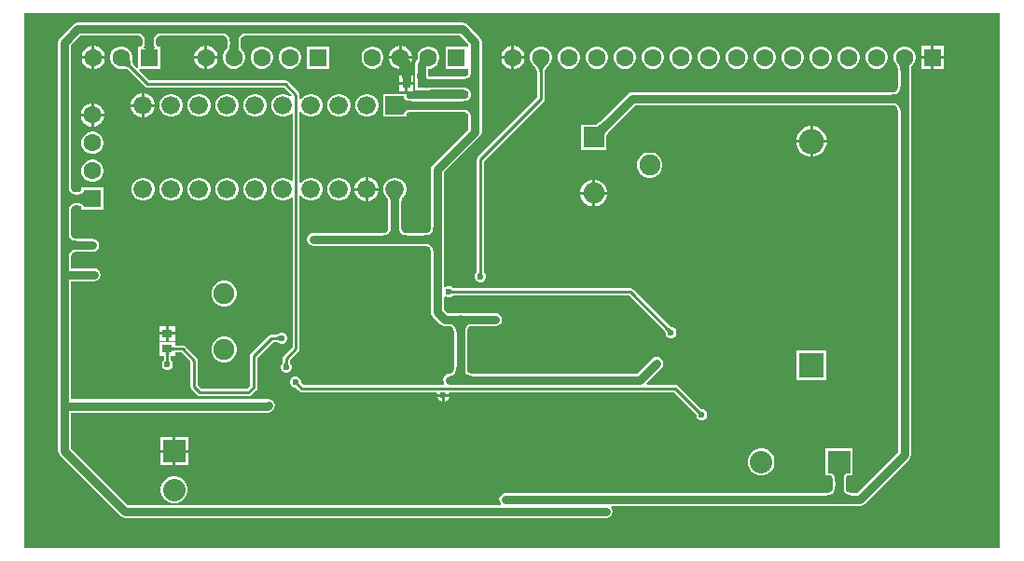
<source format=gbl>
G04*
G04 #@! TF.GenerationSoftware,Altium Limited,Altium Designer,21.9.2 (33)*
G04*
G04 Layer_Physical_Order=2*
G04 Layer_Color=16711680*
%FSTAX24Y24*%
%MOIN*%
G70*
G04*
G04 #@! TF.SameCoordinates,42221833-7155-40BC-9F66-F4787AFC6187*
G04*
G04*
G04 #@! TF.FilePolarity,Positive*
G04*
G01*
G75*
%ADD19C,0.0100*%
%ADD23R,0.0374X0.0315*%
%ADD24R,0.0315X0.0374*%
%ADD62C,0.0300*%
%ADD63C,0.0630*%
%ADD64R,0.0630X0.0630*%
%ADD65C,0.0660*%
%ADD66R,0.0660X0.0660*%
%ADD67R,0.0630X0.0630*%
%ADD68R,0.0900X0.0900*%
%ADD69C,0.0900*%
%ADD70C,0.0800*%
%ADD71R,0.0800X0.0800*%
%ADD72R,0.0800X0.0800*%
%ADD73C,0.0750*%
%ADD74R,0.0750X0.0750*%
%ADD75C,0.0236*%
G36*
X050824Y025869D02*
X015949D01*
Y044996D01*
X050824D01*
Y025869D01*
D02*
G37*
%LPC*%
G36*
X018464Y043815D02*
X01846D01*
Y04345D01*
X018824D01*
Y043455D01*
X018796Y04356D01*
X018742Y043655D01*
X018664Y043732D01*
X01857Y043787D01*
X018464Y043815D01*
D02*
G37*
G36*
X033465D02*
X03346D01*
Y04345D01*
X033825D01*
Y043455D01*
X033797Y04356D01*
X033742Y043655D01*
X033665Y043732D01*
X03357Y043787D01*
X033465Y043815D01*
D02*
G37*
G36*
X022495D02*
X02249D01*
Y04345D01*
X022855D01*
Y043455D01*
X022827Y04356D01*
X022772Y043655D01*
X022695Y043732D01*
X0226Y043787D01*
X022495Y043815D01*
D02*
G37*
G36*
X048825D02*
X04846D01*
Y04345D01*
X048825D01*
Y043815D01*
D02*
G37*
G36*
X029445D02*
X02944D01*
Y04345D01*
X029805D01*
Y043455D01*
X029777Y04356D01*
X029722Y043655D01*
X029645Y043732D01*
X02955Y043787D01*
X029445Y043815D01*
D02*
G37*
G36*
X03336D02*
X033355D01*
X03325Y043787D01*
X033155Y043732D01*
X033078Y043655D01*
X033023Y04356D01*
X032995Y043455D01*
Y04345D01*
X03336D01*
Y043815D01*
D02*
G37*
G36*
X02239D02*
X022385D01*
X02228Y043787D01*
X022185Y043732D01*
X022108Y043655D01*
X022053Y04356D01*
X022025Y043455D01*
Y04345D01*
X02239D01*
Y043815D01*
D02*
G37*
G36*
X04836D02*
X047995D01*
Y04345D01*
X04836D01*
Y043815D01*
D02*
G37*
G36*
X02934D02*
X029335D01*
X02923Y043787D01*
X029135Y043732D01*
X029058Y043655D01*
X029003Y04356D01*
X028975Y043455D01*
Y04345D01*
X02934D01*
Y043815D01*
D02*
G37*
G36*
X01836D02*
X018355D01*
X018249Y043787D01*
X018155Y043732D01*
X018077Y043655D01*
X018023Y04356D01*
X017995Y043455D01*
Y04345D01*
X01836D01*
Y043815D01*
D02*
G37*
G36*
X029805Y04335D02*
X02944D01*
Y04314D01*
X029699Y043337D01*
X029722Y043146D01*
X029777Y04324D01*
X029805Y043345D01*
Y04335D01*
D02*
G37*
G36*
X046462Y043795D02*
X046358D01*
X046258Y043768D01*
X046167Y043716D01*
X046094Y043643D01*
X046042Y043552D01*
X046015Y043452D01*
Y043348D01*
X046042Y043248D01*
X046094Y043157D01*
X046167Y043084D01*
X046258Y043032D01*
X046358Y043005D01*
X046462D01*
X046562Y043032D01*
X046653Y043084D01*
X046726Y043157D01*
X046778Y043248D01*
X046805Y043348D01*
Y043452D01*
X046778Y043552D01*
X046726Y043643D01*
X046653Y043716D01*
X046562Y043768D01*
X046462Y043795D01*
D02*
G37*
G36*
X045462D02*
X045358D01*
X045258Y043768D01*
X045167Y043716D01*
X045094Y043643D01*
X045042Y043552D01*
X045015Y043452D01*
Y043348D01*
X045042Y043248D01*
X045094Y043157D01*
X045167Y043084D01*
X045258Y043032D01*
X045358Y043005D01*
X045462D01*
X045562Y043032D01*
X045653Y043084D01*
X045726Y043157D01*
X045778Y043248D01*
X045805Y043348D01*
Y043452D01*
X045778Y043552D01*
X045726Y043643D01*
X045653Y043716D01*
X045562Y043768D01*
X045462Y043795D01*
D02*
G37*
G36*
X044462D02*
X044358D01*
X044258Y043768D01*
X044167Y043716D01*
X044094Y043643D01*
X044042Y043552D01*
X044015Y043452D01*
Y043348D01*
X044042Y043248D01*
X044094Y043157D01*
X044167Y043084D01*
X044258Y043032D01*
X044358Y043005D01*
X044462D01*
X044562Y043032D01*
X044653Y043084D01*
X044726Y043157D01*
X044778Y043248D01*
X044805Y043348D01*
Y043452D01*
X044778Y043552D01*
X044726Y043643D01*
X044653Y043716D01*
X044562Y043768D01*
X044462Y043795D01*
D02*
G37*
G36*
X043462D02*
X043358D01*
X043258Y043768D01*
X043167Y043716D01*
X043094Y043643D01*
X043042Y043552D01*
X043015Y043452D01*
Y043348D01*
X043042Y043248D01*
X043094Y043157D01*
X043167Y043084D01*
X043258Y043032D01*
X043358Y043005D01*
X043462D01*
X043562Y043032D01*
X043653Y043084D01*
X043726Y043157D01*
X043778Y043248D01*
X043805Y043348D01*
Y043452D01*
X043778Y043552D01*
X043726Y043643D01*
X043653Y043716D01*
X043562Y043768D01*
X043462Y043795D01*
D02*
G37*
G36*
X042462D02*
X042358D01*
X042258Y043768D01*
X042167Y043716D01*
X042094Y043643D01*
X042042Y043552D01*
X042015Y043452D01*
Y043348D01*
X042042Y043248D01*
X042094Y043157D01*
X042167Y043084D01*
X042258Y043032D01*
X042358Y043005D01*
X042462D01*
X042562Y043032D01*
X042653Y043084D01*
X042726Y043157D01*
X042778Y043248D01*
X042805Y043348D01*
Y043452D01*
X042778Y043552D01*
X042726Y043643D01*
X042653Y043716D01*
X042562Y043768D01*
X042462Y043795D01*
D02*
G37*
G36*
X041462D02*
X041358D01*
X041258Y043768D01*
X041167Y043716D01*
X041094Y043643D01*
X041042Y043552D01*
X041015Y043452D01*
Y043348D01*
X041042Y043248D01*
X041094Y043157D01*
X041167Y043084D01*
X041258Y043032D01*
X041358Y043005D01*
X041462D01*
X041562Y043032D01*
X041653Y043084D01*
X041726Y043157D01*
X041778Y043248D01*
X041805Y043348D01*
Y043452D01*
X041778Y043552D01*
X041726Y043643D01*
X041653Y043716D01*
X041562Y043768D01*
X041462Y043795D01*
D02*
G37*
G36*
X040462D02*
X040358D01*
X040258Y043768D01*
X040167Y043716D01*
X040094Y043643D01*
X040042Y043552D01*
X040015Y043452D01*
Y043348D01*
X040042Y043248D01*
X040094Y043157D01*
X040167Y043084D01*
X040258Y043032D01*
X040358Y043005D01*
X040462D01*
X040562Y043032D01*
X040653Y043084D01*
X040726Y043157D01*
X040778Y043248D01*
X040805Y043348D01*
Y043452D01*
X040778Y043552D01*
X040726Y043643D01*
X040653Y043716D01*
X040562Y043768D01*
X040462Y043795D01*
D02*
G37*
G36*
X039462D02*
X039358D01*
X039258Y043768D01*
X039167Y043716D01*
X039094Y043643D01*
X039042Y043552D01*
X039015Y043452D01*
Y043348D01*
X039042Y043248D01*
X039094Y043157D01*
X039167Y043084D01*
X039258Y043032D01*
X039358Y043005D01*
X039462D01*
X039562Y043032D01*
X039653Y043084D01*
X039726Y043157D01*
X039778Y043248D01*
X039805Y043348D01*
Y043452D01*
X039778Y043552D01*
X039726Y043643D01*
X039653Y043716D01*
X039562Y043768D01*
X039462Y043795D01*
D02*
G37*
G36*
X038462D02*
X038358D01*
X038258Y043768D01*
X038167Y043716D01*
X038094Y043643D01*
X038042Y043552D01*
X038015Y043452D01*
Y043348D01*
X038042Y043248D01*
X038094Y043157D01*
X038167Y043084D01*
X038258Y043032D01*
X038358Y043005D01*
X038462D01*
X038562Y043032D01*
X038653Y043084D01*
X038726Y043157D01*
X038778Y043248D01*
X038805Y043348D01*
Y043452D01*
X038778Y043552D01*
X038726Y043643D01*
X038653Y043716D01*
X038562Y043768D01*
X038462Y043795D01*
D02*
G37*
G36*
X037462D02*
X037358D01*
X037258Y043768D01*
X037167Y043716D01*
X037094Y043643D01*
X037042Y043552D01*
X037015Y043452D01*
Y043348D01*
X037042Y043248D01*
X037094Y043157D01*
X037167Y043084D01*
X037258Y043032D01*
X037358Y043005D01*
X037462D01*
X037562Y043032D01*
X037653Y043084D01*
X037726Y043157D01*
X037778Y043248D01*
X037805Y043348D01*
Y043452D01*
X037778Y043552D01*
X037726Y043643D01*
X037653Y043716D01*
X037562Y043768D01*
X037462Y043795D01*
D02*
G37*
G36*
X036462D02*
X036358D01*
X036258Y043768D01*
X036167Y043716D01*
X036094Y043643D01*
X036042Y043552D01*
X036015Y043452D01*
Y043348D01*
X036042Y043248D01*
X036094Y043157D01*
X036167Y043084D01*
X036258Y043032D01*
X036358Y043005D01*
X036462D01*
X036562Y043032D01*
X036653Y043084D01*
X036726Y043157D01*
X036778Y043248D01*
X036805Y043348D01*
Y043452D01*
X036778Y043552D01*
X036726Y043643D01*
X036653Y043716D01*
X036562Y043768D01*
X036462Y043795D01*
D02*
G37*
G36*
X035462D02*
X035358D01*
X035258Y043768D01*
X035167Y043716D01*
X035094Y043643D01*
X035042Y043552D01*
X035015Y043452D01*
Y043348D01*
X035042Y043248D01*
X035094Y043157D01*
X035167Y043084D01*
X035258Y043032D01*
X035358Y043005D01*
X035462D01*
X035562Y043032D01*
X035653Y043084D01*
X035726Y043157D01*
X035778Y043248D01*
X035805Y043348D01*
Y043452D01*
X035778Y043552D01*
X035726Y043643D01*
X035653Y043716D01*
X035562Y043768D01*
X035462Y043795D01*
D02*
G37*
G36*
X028442D02*
X028338D01*
X028238Y043768D01*
X028147Y043716D01*
X028074Y043643D01*
X028022Y043552D01*
X027995Y043452D01*
Y043348D01*
X028022Y043248D01*
X028074Y043157D01*
X028147Y043084D01*
X028238Y043032D01*
X028338Y043005D01*
X028442D01*
X028542Y043032D01*
X028633Y043084D01*
X028706Y043157D01*
X028758Y043248D01*
X028785Y043348D01*
Y043452D01*
X028758Y043552D01*
X028706Y043643D01*
X028633Y043716D01*
X028542Y043768D01*
X028442Y043795D01*
D02*
G37*
G36*
X026835D02*
X026045D01*
Y043005D01*
X026835D01*
Y043795D01*
D02*
G37*
G36*
X025492D02*
X025388D01*
X025288Y043768D01*
X025197Y043716D01*
X025124Y043643D01*
X025072Y043552D01*
X025045Y043452D01*
Y043348D01*
X025072Y043248D01*
X025124Y043157D01*
X025197Y043084D01*
X025288Y043032D01*
X025388Y043005D01*
X025492D01*
X025592Y043032D01*
X025683Y043084D01*
X025756Y043157D01*
X025808Y043248D01*
X025835Y043348D01*
Y043452D01*
X025808Y043552D01*
X025756Y043643D01*
X025683Y043716D01*
X025592Y043768D01*
X025492Y043795D01*
D02*
G37*
G36*
X024492D02*
X024388D01*
X024288Y043768D01*
X024197Y043716D01*
X024124Y043643D01*
X024072Y043552D01*
X024045Y043452D01*
Y043348D01*
X024072Y043248D01*
X024124Y043157D01*
X024197Y043084D01*
X024288Y043032D01*
X024388Y043005D01*
X024492D01*
X024592Y043032D01*
X024683Y043084D01*
X024756Y043157D01*
X024808Y043248D01*
X024835Y043348D01*
Y043452D01*
X024808Y043552D01*
X024756Y043643D01*
X024683Y043716D01*
X024592Y043768D01*
X024492Y043795D01*
D02*
G37*
G36*
X048825Y04335D02*
X04846D01*
Y042985D01*
X048825D01*
Y04335D01*
D02*
G37*
G36*
X04836D02*
X047995D01*
Y042985D01*
X04836D01*
Y04335D01*
D02*
G37*
G36*
X033825D02*
X03346D01*
Y042985D01*
X033465D01*
X03357Y043013D01*
X033665Y043068D01*
X033742Y043145D01*
X033797Y04324D01*
X033825Y043345D01*
Y04335D01*
D02*
G37*
G36*
X03336D02*
X032995D01*
Y043345D01*
X033023Y04324D01*
X033078Y043145D01*
X033155Y043068D01*
X03325Y043013D01*
X033355Y042985D01*
X03336D01*
Y04335D01*
D02*
G37*
G36*
X02934D02*
X028975D01*
Y043345D01*
X029003Y04324D01*
X029058Y043145D01*
X029135Y043068D01*
X02923Y043013D01*
X029335Y042985D01*
X02934D01*
Y04335D01*
D02*
G37*
G36*
X022855D02*
X02249D01*
Y042985D01*
X022495D01*
X0226Y043013D01*
X022695Y043068D01*
X022772Y043145D01*
X022827Y04324D01*
X022855Y043345D01*
Y04335D01*
D02*
G37*
G36*
X02239D02*
X022025D01*
Y043345D01*
X022053Y04324D01*
X022108Y043145D01*
X022185Y043068D01*
X02228Y043013D01*
X022385Y042985D01*
X02239D01*
Y04335D01*
D02*
G37*
G36*
X018824D02*
X01846D01*
Y042985D01*
X018464D01*
X01857Y043013D01*
X018664Y043068D01*
X018742Y043145D01*
X018796Y04324D01*
X018824Y043345D01*
Y04335D01*
D02*
G37*
G36*
X01836D02*
X017995D01*
Y043345D01*
X018023Y04324D01*
X018077Y043145D01*
X018155Y043068D01*
X018249Y043013D01*
X018355Y042985D01*
X01836D01*
Y04335D01*
D02*
G37*
G36*
X01786Y044655D02*
X01777Y044637D01*
X017694Y044586D01*
X017694Y044586D01*
X017214Y044106D01*
X017163Y04403D01*
X017145Y04394D01*
Y03835D01*
Y03669D01*
Y03563D01*
Y03094D01*
Y02934D01*
X017163Y02925D01*
X017214Y029174D01*
X019394Y026994D01*
X019394Y026994D01*
X01947Y026943D01*
X01956Y026925D01*
X01956Y026925D01*
X03674D01*
X03683Y026943D01*
X036906Y026994D01*
X036957Y02707D01*
X036975Y02716D01*
X036957Y02725D01*
X036913Y027315D01*
X03693Y027365D01*
X04582D01*
X04591Y027383D01*
X045986Y027434D01*
X047566Y029014D01*
X047566Y029014D01*
X047617Y02909D01*
X047635Y02918D01*
Y04193D01*
Y042988D01*
X047637Y04301D01*
X047641Y043032D01*
X047646Y043051D01*
X047652Y043067D01*
X047658Y043081D01*
X047665Y043092D01*
X047672Y043101D01*
X047682Y043112D01*
X047685Y043117D01*
X047726Y043157D01*
X047778Y043248D01*
X047805Y043348D01*
Y043452D01*
X047778Y043552D01*
X047726Y043643D01*
X047653Y043716D01*
X047562Y043768D01*
X047462Y043795D01*
X047358D01*
X047258Y043768D01*
X047167Y043716D01*
X047094Y043643D01*
X047042Y043552D01*
X047015Y043452D01*
Y043348D01*
X047042Y043248D01*
X047094Y043157D01*
X047118Y043133D01*
X04712Y043129D01*
X04713Y043118D01*
X047137Y043108D01*
X047143Y043096D01*
X047149Y043081D01*
X047155Y043064D01*
X047159Y043045D01*
X047163Y043023D01*
X047165Y042995D01*
Y04233D01*
X047159Y042292D01*
X047148Y042259D01*
X047134Y042234D01*
X047117Y042213D01*
X047096Y042196D01*
X047071Y042182D01*
X047038Y042171D01*
X047Y042165D01*
X03768D01*
X03768Y042165D01*
X03759Y042147D01*
X037514Y042096D01*
X036559Y04114D01*
X036501Y041087D01*
X036453Y041048D01*
X036409Y041018D01*
X036387Y041005D01*
X035845D01*
Y040095D01*
X036755D01*
Y040637D01*
X036768Y040659D01*
X036798Y040702D01*
X036875Y040793D01*
X037777Y041695D01*
X047D01*
X047038Y041689D01*
X047071Y041678D01*
X047096Y041664D01*
X047117Y041647D01*
X047134Y041626D01*
X047148Y041601D01*
X047159Y041568D01*
X047165Y04153D01*
Y029277D01*
X045723Y027835D01*
X04547D01*
X045432Y027841D01*
X045399Y027852D01*
X045374Y027866D01*
X045353Y027883D01*
X045336Y027904D01*
X045322Y027929D01*
X045311Y027962D01*
X045305Y028D01*
Y028301D01*
X045307Y028329D01*
X045313Y028367D01*
X045321Y028397D01*
X045331Y028419D01*
X045339Y028434D01*
X045347Y028442D01*
X045353Y028446D01*
X04536Y028448D01*
X045378Y02845D01*
X045547D01*
Y02941D01*
X044587D01*
Y02845D01*
X044762D01*
X04478Y028448D01*
X044787Y028446D01*
X044793Y028442D01*
X044801Y028434D01*
X044809Y028419D01*
X044819Y028397D01*
X044827Y028367D01*
X044833Y028329D01*
X044835Y028301D01*
Y028D01*
X044829Y027962D01*
X044818Y027929D01*
X044804Y027904D01*
X044787Y027883D01*
X044766Y027866D01*
X044741Y027852D01*
X044708Y027841D01*
X04467Y027835D01*
X03316D01*
X03307Y027817D01*
X032994Y027766D01*
X032943Y02769D01*
X032925Y0276D01*
X032943Y02751D01*
X032987Y027445D01*
X03297Y027395D01*
X019657D01*
X017615Y029437D01*
Y030705D01*
X02466D01*
X02475Y030723D01*
X024826Y030774D01*
X024836Y030784D01*
X024887Y03086D01*
X024905Y03095D01*
X024887Y03104D01*
X024836Y031116D01*
X02476Y031167D01*
X02467Y031185D01*
X02462Y031175D01*
X017615D01*
Y035395D01*
X01843D01*
X01852Y035413D01*
X018596Y035464D01*
X018647Y03554D01*
X018665Y03563D01*
X018647Y03572D01*
X018596Y035796D01*
X01852Y035847D01*
X01843Y035865D01*
X017615D01*
Y03629D01*
X017621Y036328D01*
X017632Y036361D01*
X017646Y036386D01*
X017663Y036407D01*
X017684Y036424D01*
X017709Y036438D01*
X017742Y036449D01*
X01778Y036455D01*
X01838D01*
X01847Y036473D01*
X018546Y036524D01*
X018597Y0366D01*
X018615Y03669D01*
X018597Y03678D01*
X018546Y036856D01*
X01847Y036907D01*
X01838Y036925D01*
X01778D01*
X017742Y036931D01*
X017709Y036942D01*
X017684Y036956D01*
X017663Y036973D01*
X017646Y036994D01*
X017632Y037019D01*
X017621Y037052D01*
X017615Y03709D01*
Y03795D01*
X017621Y037988D01*
X017632Y038021D01*
X017646Y038046D01*
X017663Y038067D01*
X017684Y038084D01*
X017709Y038098D01*
X017742Y038109D01*
X01778Y038115D01*
X017836D01*
X017864Y038113D01*
X017903Y038107D01*
X017933Y038099D01*
X017955Y038089D01*
X01797Y038081D01*
X017978Y038073D01*
X017982Y038067D01*
X017984Y03806D01*
X017985Y038054D01*
Y037955D01*
X018775D01*
Y038745D01*
X017985D01*
Y038646D01*
X017984Y03864D01*
X017982Y038633D01*
X017978Y038627D01*
X01797Y038619D01*
X017955Y038611D01*
X017933Y038601D01*
X017903Y038593D01*
X017864Y038587D01*
X017836Y038585D01*
X01778D01*
X017742Y038591D01*
X017709Y038602D01*
X017684Y038616D01*
X017663Y038633D01*
X017646Y038654D01*
X017632Y038679D01*
X017621Y038712D01*
X017615Y03875D01*
Y043843D01*
X017957Y044185D01*
X02001D01*
X020048Y044179D01*
X020081Y044168D01*
X020106Y044154D01*
X020127Y044137D01*
X020144Y044116D01*
X020158Y044091D01*
X020169Y044058D01*
X020175Y04402D01*
Y043944D01*
X020173Y043916D01*
X020167Y043877D01*
X020159Y043847D01*
X020149Y043825D01*
X020141Y04381D01*
X020133Y043802D01*
X020127Y043798D01*
X02012Y043796D01*
X020114Y043795D01*
X020015D01*
Y043053D01*
X019965Y043032D01*
X01985Y043147D01*
X01985Y043148D01*
X019842Y043159D01*
X019835Y043174D01*
X019828Y043194D01*
X019821Y043218D01*
X019816Y043245D01*
X019811Y043276D01*
X019806Y043354D01*
X019806Y043397D01*
X019804Y043405D01*
Y043452D01*
X019778Y043552D01*
X019726Y043643D01*
X019652Y043716D01*
X019562Y043768D01*
X019462Y043795D01*
X019358D01*
X019257Y043768D01*
X019167Y043716D01*
X019093Y043643D01*
X019041Y043552D01*
X019015Y043452D01*
Y043348D01*
X019041Y043248D01*
X019093Y043157D01*
X019167Y043084D01*
X019257Y043032D01*
X019358Y043005D01*
X019405D01*
X019412Y043003D01*
X019456Y043003D01*
X019533Y042998D01*
X019564Y042994D01*
X019592Y042988D01*
X019616Y042982D01*
X019635Y042975D01*
X019651Y042967D01*
X019662Y04296D01*
X019663Y04296D01*
X020266Y042356D01*
X020309Y042328D01*
X02036Y042317D01*
X025225D01*
X025498Y042045D01*
X025496Y042035D01*
X025442Y042018D01*
X025348Y042072D01*
X025244Y0421D01*
X025136D01*
X025032Y042072D01*
X024938Y042018D01*
X024862Y041942D01*
X024808Y041848D01*
X02478Y041744D01*
Y041636D01*
X024808Y041532D01*
X024862Y041438D01*
X024938Y041362D01*
X025032Y041308D01*
X025136Y04128D01*
X025244D01*
X025348Y041308D01*
X025442Y041362D01*
X025477Y041398D01*
X025527Y041377D01*
Y039003D01*
X025477Y038982D01*
X025442Y039018D01*
X025348Y039072D01*
X025244Y0391D01*
X025136D01*
X025032Y039072D01*
X024938Y039018D01*
X024862Y038942D01*
X024808Y038848D01*
X02478Y038744D01*
Y038636D01*
X024808Y038532D01*
X024862Y038438D01*
X024938Y038362D01*
X025032Y038308D01*
X025136Y03828D01*
X025244D01*
X025348Y038308D01*
X025442Y038362D01*
X025477Y038398D01*
X025527Y038377D01*
Y033035D01*
X025216Y032724D01*
X025188Y032681D01*
X025177Y03263D01*
Y032483D01*
X025177Y032479D01*
X025176Y032474D01*
X025175Y032471D01*
X025174Y032468D01*
X025173Y032466D01*
X025172Y032465D01*
X025171Y032464D01*
X025167Y03246D01*
X025164Y032454D01*
X025142Y032432D01*
X025112Y032359D01*
Y032281D01*
X025142Y032208D01*
X025198Y032152D01*
X025271Y032122D01*
X025349D01*
X025422Y032152D01*
X025478Y032208D01*
X025508Y032281D01*
Y032359D01*
X025478Y032432D01*
X025456Y032454D01*
X025453Y03246D01*
X025449Y032464D01*
X025448Y032465D01*
X025447Y032466D01*
X025446Y032468D01*
X025445Y032471D01*
X025444Y032474D01*
X025443Y032479D01*
X025443Y032483D01*
Y032575D01*
X025754Y032886D01*
X025782Y032929D01*
X025793Y03298D01*
Y038458D01*
X025843Y038472D01*
X025862Y038438D01*
X025938Y038362D01*
X026032Y038308D01*
X026136Y03828D01*
X026244D01*
X026348Y038308D01*
X026442Y038362D01*
X026518Y038438D01*
X026572Y038532D01*
X0266Y038636D01*
Y038744D01*
X026572Y038848D01*
X026518Y038942D01*
X026442Y039018D01*
X026348Y039072D01*
X026244Y0391D01*
X026136D01*
X026032Y039072D01*
X025938Y039018D01*
X025862Y038942D01*
X025843Y038908D01*
X025793Y038922D01*
Y041458D01*
X025843Y041472D01*
X025862Y041438D01*
X025938Y041362D01*
X026032Y041308D01*
X026136Y04128D01*
X026244D01*
X026348Y041308D01*
X026442Y041362D01*
X026518Y041438D01*
X026572Y041532D01*
X0266Y041636D01*
Y041744D01*
X026572Y041848D01*
X026518Y041942D01*
X026442Y042018D01*
X026348Y042072D01*
X026244Y0421D01*
X026136D01*
X026032Y042072D01*
X025938Y042018D01*
X025862Y041942D01*
X025843Y041908D01*
X025793Y041922D01*
Y04207D01*
X025782Y042121D01*
X025754Y042164D01*
X025374Y042544D01*
X025331Y042572D01*
X02528Y042583D01*
X020414D01*
X020042Y042955D01*
X020063Y043005D01*
X020804D01*
Y043795D01*
X020706D01*
X0207Y043796D01*
X020693Y043798D01*
X020687Y043802D01*
X020679Y04381D01*
X020671Y043825D01*
X020661Y043847D01*
X020653Y043877D01*
X020647Y043916D01*
X020645Y043944D01*
Y04402D01*
X020651Y044058D01*
X020662Y044091D01*
X020676Y044116D01*
X020693Y044137D01*
X020714Y044154D01*
X020739Y044168D01*
X020772Y044179D01*
X02081Y044185D01*
X02304D01*
X023078Y044179D01*
X023111Y044168D01*
X023136Y044154D01*
X023157Y044137D01*
X023174Y044116D01*
X023188Y044091D01*
X023199Y044058D01*
X023205Y04402D01*
Y043805D01*
X023203Y043784D01*
X023199Y043762D01*
X023194Y043743D01*
X023188Y043726D01*
X023182Y043712D01*
X023176Y0437D01*
X023169Y043691D01*
X023159Y04368D01*
X023156Y043675D01*
X023124Y043643D01*
X023072Y043552D01*
X023045Y043452D01*
Y043348D01*
X023072Y043248D01*
X023124Y043157D01*
X023197Y043084D01*
X023288Y043032D01*
X023388Y043005D01*
X023492D01*
X023592Y043032D01*
X023683Y043084D01*
X023756Y043157D01*
X023808Y043248D01*
X023835Y043348D01*
Y043452D01*
X023808Y043552D01*
X023756Y043643D01*
X023724Y043675D01*
X023721Y04368D01*
X023711Y043691D01*
X023704Y0437D01*
X023698Y043712D01*
X023692Y043726D01*
X023686Y043743D01*
X023681Y043762D01*
X023677Y043783D01*
X023675Y043812D01*
Y04402D01*
X023681Y044058D01*
X023692Y044091D01*
X023706Y044116D01*
X023723Y044137D01*
X023744Y044154D01*
X023769Y044168D01*
X023802Y044179D01*
X02384Y044185D01*
X031513D01*
X031825Y043873D01*
Y043818D01*
X031785Y043795D01*
X031775Y043795D01*
X030995D01*
Y043005D01*
X031775D01*
X031785Y043005D01*
X031825Y042982D01*
Y04288D01*
X031819Y042842D01*
X031808Y042809D01*
X031794Y042784D01*
X031777Y042763D01*
X031756Y042746D01*
X031731Y042732D01*
X031698Y042721D01*
X03166Y042715D01*
X030463D01*
X030453Y042715D01*
X030386Y04272D01*
X030383Y04272D01*
Y042747D01*
X030382D01*
X03038Y042826D01*
Y043005D01*
X030442D01*
X030542Y043032D01*
X030633Y043084D01*
X030706Y043157D01*
X030758Y043248D01*
X030785Y043348D01*
Y043452D01*
X030758Y043552D01*
X030706Y043643D01*
X030633Y043716D01*
X030542Y043768D01*
X030442Y043795D01*
X030338D01*
X030238Y043768D01*
X030147Y043716D01*
X030074Y043643D01*
X030022Y043552D01*
X029995Y043452D01*
Y043348D01*
X029997Y043339D01*
X02998Y043321D01*
X029929Y043245D01*
X029911Y043156D01*
Y042747D01*
X029908D01*
Y042668D01*
X029908Y042666D01*
X029908Y042665D01*
X029908Y042665D01*
X029908Y042663D01*
Y042213D01*
X030298D01*
X0303Y042213D01*
X030301Y042213D01*
X030302Y042213D01*
X030304Y042213D01*
X030383D01*
Y042238D01*
X030507Y042245D01*
X03166D01*
X031698Y042239D01*
X031731Y042228D01*
X031756Y042214D01*
X031777Y042197D01*
X031794Y042176D01*
X031808Y042151D01*
X031819Y042118D01*
X031825Y042085D01*
X031819Y042052D01*
X031808Y042019D01*
X031794Y041994D01*
X031777Y041973D01*
X031756Y041956D01*
X031731Y041942D01*
X031698Y041931D01*
X03166Y041925D01*
X029749D01*
X029721Y041927D01*
X029682Y041933D01*
X029652Y041941D01*
X02963Y041951D01*
X029615Y041959D01*
X029607Y041967D01*
X029603Y041973D01*
X029601Y04198D01*
X0296Y041986D01*
Y0421D01*
X02878D01*
Y04128D01*
X0296D01*
Y041394D01*
X029601Y0414D01*
X029603Y041407D01*
X029607Y041413D01*
X029615Y041421D01*
X02963Y041429D01*
X029652Y041439D01*
X029682Y041447D01*
X029721Y041453D01*
X029749Y041455D01*
X03166D01*
X031698Y041449D01*
X031731Y041438D01*
X031756Y041424D01*
X031777Y041407D01*
X031794Y041386D01*
X031808Y041361D01*
X031819Y041328D01*
X031825Y04129D01*
Y040837D01*
X030544Y039556D01*
X030493Y03948D01*
X030475Y03939D01*
Y037292D01*
X030469Y037254D01*
X030458Y037221D01*
X030444Y037195D01*
X030427Y037174D01*
X030406Y037158D01*
X030381Y037144D01*
X030348Y037133D01*
X03031Y037126D01*
X02959D01*
X029552Y037133D01*
X029519Y037144D01*
X029494Y037158D01*
X029473Y037174D01*
X029456Y037195D01*
X029442Y037221D01*
X029431Y037254D01*
X029425Y037292D01*
Y038257D01*
X029428Y038282D01*
X029432Y038305D01*
X029438Y038326D01*
X029445Y038344D01*
X029452Y03836D01*
X02946Y038374D01*
X029469Y038386D01*
X029481Y038399D01*
X029484Y038405D01*
X029518Y038438D01*
X029572Y038532D01*
X0296Y038636D01*
Y038744D01*
X029572Y038848D01*
X029518Y038942D01*
X029442Y039018D01*
X029348Y039072D01*
X029244Y0391D01*
X029136D01*
X029032Y039072D01*
X028938Y039018D01*
X028862Y038942D01*
X028808Y038848D01*
X02878Y038744D01*
Y038636D01*
X028808Y038532D01*
X028862Y038438D01*
X028896Y038405D01*
X028899Y038399D01*
X028911Y038386D01*
X02892Y038374D01*
X028928Y03836D01*
X028935Y038344D01*
X028942Y038326D01*
X028948Y038305D01*
X028952Y038283D01*
X028955Y038249D01*
Y037292D01*
X028949Y037254D01*
X028938Y037221D01*
X028924Y037195D01*
X028907Y037174D01*
X028886Y037158D01*
X028861Y037144D01*
X028828Y037133D01*
X02879Y037126D01*
X026292D01*
X026202Y037108D01*
X026126Y037057D01*
X026075Y036981D01*
X026057Y036892D01*
X026075Y036802D01*
X026126Y036726D01*
X026202Y036675D01*
X026292Y036657D01*
X03031D01*
X030348Y03665D01*
X030381Y036639D01*
X030406Y036625D01*
X030427Y036609D01*
X030444Y036588D01*
X030458Y036562D01*
X030469Y036529D01*
X030475Y036491D01*
Y0343D01*
X030493Y03421D01*
X030544Y034134D01*
X030814Y033864D01*
X03089Y033813D01*
X03098Y033795D01*
X03098Y033795D01*
X03113D01*
X031168Y033789D01*
X031201Y033778D01*
X031226Y033764D01*
X031247Y033747D01*
X031264Y033726D01*
X031278Y033701D01*
X031289Y033668D01*
X031295Y03363D01*
Y032263D01*
X031291Y032227D01*
X031282Y032192D01*
X031271Y032165D01*
X031258Y032144D01*
X031244Y032129D01*
X031229Y032118D01*
X03121Y03211D01*
X031188Y032105D01*
X031154D01*
X031065Y032087D01*
X030989Y032036D01*
X030938Y03196D01*
X03092Y03187D01*
X030938Y03178D01*
X030956Y031753D01*
X03093Y031703D01*
X025905D01*
X025828Y031779D01*
Y031829D01*
X025798Y031902D01*
X025742Y031958D01*
X025669Y031988D01*
X025591D01*
X025518Y031958D01*
X025462Y031902D01*
X025432Y031829D01*
Y031751D01*
X025462Y031678D01*
X025518Y031622D01*
X025591Y031592D01*
X025641D01*
X025756Y031476D01*
X025799Y031448D01*
X02585Y031437D01*
X030683D01*
X030716Y031387D01*
X030705Y03136D01*
X031135D01*
X031124Y031387D01*
X031157Y031437D01*
X039155D01*
X039962Y030631D01*
Y030581D01*
X039992Y030508D01*
X040048Y030452D01*
X040121Y030422D01*
X040199D01*
X040272Y030452D01*
X040328Y030508D01*
X040358Y030581D01*
Y030659D01*
X040328Y030732D01*
X040272Y030788D01*
X040199Y030818D01*
X040149D01*
X039304Y031664D01*
X039261Y031692D01*
X03921Y031703D01*
X038195D01*
X038174Y031753D01*
X038716Y032294D01*
X038767Y03237D01*
X038785Y03246D01*
X038767Y03255D01*
X038716Y032626D01*
X03864Y032677D01*
X03855Y032695D01*
X03846Y032677D01*
X038384Y032626D01*
X037863Y032105D01*
X031923D01*
X031886Y032111D01*
X031855Y032122D01*
X031831Y032135D01*
X031811Y032152D01*
X031795Y032173D01*
X031782Y032199D01*
X031771Y032231D01*
X031765Y03227D01*
Y03363D01*
X031771Y033668D01*
X031782Y033701D01*
X031796Y033726D01*
X031813Y033747D01*
X031834Y033764D01*
X031859Y033778D01*
X031892Y033789D01*
X03193Y033795D01*
X03279D01*
X03288Y033813D01*
X032956Y033864D01*
X033007Y03394D01*
X033025Y03403D01*
X033007Y03412D01*
X032956Y034196D01*
X03288Y034247D01*
X03279Y034265D01*
X031077D01*
X030945Y034397D01*
Y034839D01*
X030995Y034859D01*
X03101Y034844D01*
X031082Y034814D01*
X031161D01*
X031234Y034844D01*
X031256Y034866D01*
X031262Y03487D01*
X031265Y034873D01*
X031267Y034874D01*
X031268Y034875D01*
X03127Y034876D01*
X031273Y034877D01*
X031276Y034878D01*
X031281Y034879D01*
X031285Y03488D01*
X037563D01*
X038851Y033591D01*
X038854Y033588D01*
X038856Y033584D01*
X038858Y033581D01*
X038859Y033578D01*
X03886Y033576D01*
X03886Y033575D01*
X03886Y033573D01*
X03886Y033568D01*
X038862Y033562D01*
Y033531D01*
X038892Y033458D01*
X038948Y033402D01*
X039021Y033372D01*
X039099D01*
X039172Y033402D01*
X039228Y033458D01*
X039258Y033531D01*
Y033609D01*
X039228Y033682D01*
X039172Y033738D01*
X039099Y033768D01*
X039068D01*
X039062Y03377D01*
X039057Y03377D01*
X039055Y03377D01*
X039054Y03377D01*
X039052Y033771D01*
X039049Y033772D01*
X039046Y033774D01*
X039042Y033776D01*
X039039Y033779D01*
X037712Y035106D01*
X037669Y035135D01*
X037618Y035145D01*
X031285D01*
X031281Y035145D01*
X031276Y035146D01*
X031273Y035147D01*
X03127Y035148D01*
X031268Y035149D01*
X031267Y03515D01*
X031265Y035151D01*
X031262Y035155D01*
X031256Y035158D01*
X031234Y03518D01*
X031161Y03521D01*
X031082D01*
X03101Y03518D01*
X030995Y035165D01*
X030945Y035186D01*
Y036892D01*
Y039293D01*
X032226Y040574D01*
X032277Y04065D01*
X032295Y04074D01*
Y04169D01*
Y04248D01*
Y04397D01*
X032277Y04406D01*
X032226Y044136D01*
X031776Y044586D01*
X0317Y044637D01*
X03161Y044655D01*
X01786D01*
X01786Y044655D01*
D02*
G37*
G36*
X029852Y042767D02*
X029749D01*
X029751Y042666D01*
X029644D01*
Y04253D01*
X029852D01*
Y042767D01*
D02*
G37*
G36*
X029442D02*
X029337D01*
Y04253D01*
X029544D01*
Y042666D01*
X029438D01*
X029439Y042669D01*
X02944Y042678D01*
X029441Y042693D01*
X029442Y042767D01*
D02*
G37*
G36*
X029852Y04243D02*
X029644D01*
Y042193D01*
X029852D01*
Y04243D01*
D02*
G37*
G36*
X029544D02*
X029337D01*
Y042193D01*
X029544D01*
Y04243D01*
D02*
G37*
G36*
X020247Y04212D02*
X02024D01*
Y04174D01*
X02062D01*
Y041747D01*
X020591Y041856D01*
X020534Y041954D01*
X020454Y042034D01*
X020356Y042091D01*
X020247Y04212D01*
D02*
G37*
G36*
X02014D02*
X020133D01*
X020024Y042091D01*
X019926Y042034D01*
X019846Y041954D01*
X019789Y041856D01*
X01976Y041747D01*
Y04174D01*
X02014D01*
Y04212D01*
D02*
G37*
G36*
X018435Y041765D02*
X01843D01*
Y0414D01*
X018795D01*
Y041405D01*
X018767Y04151D01*
X018712Y041605D01*
X018635Y041682D01*
X01854Y041737D01*
X018435Y041765D01*
D02*
G37*
G36*
X01833D02*
X018325D01*
X01822Y041737D01*
X018125Y041682D01*
X018048Y041605D01*
X017993Y04151D01*
X017965Y041405D01*
Y0414D01*
X01833D01*
Y041765D01*
D02*
G37*
G36*
X028244Y0421D02*
X028136D01*
X028032Y042072D01*
X027938Y042018D01*
X027862Y041942D01*
X027808Y041848D01*
X02778Y041744D01*
Y041636D01*
X027808Y041532D01*
X027862Y041438D01*
X027938Y041362D01*
X028032Y041308D01*
X028136Y04128D01*
X028244D01*
X028348Y041308D01*
X028442Y041362D01*
X028518Y041438D01*
X028572Y041532D01*
X0286Y041636D01*
Y041744D01*
X028572Y041848D01*
X028518Y041942D01*
X028442Y042018D01*
X028348Y042072D01*
X028244Y0421D01*
D02*
G37*
G36*
X027244D02*
X027136D01*
X027032Y042072D01*
X026938Y042018D01*
X026862Y041942D01*
X026808Y041848D01*
X02678Y041744D01*
Y041636D01*
X026808Y041532D01*
X026862Y041438D01*
X026938Y041362D01*
X027032Y041308D01*
X027136Y04128D01*
X027244D01*
X027348Y041308D01*
X027442Y041362D01*
X027518Y041438D01*
X027572Y041532D01*
X0276Y041636D01*
Y041744D01*
X027572Y041848D01*
X027518Y041942D01*
X027442Y042018D01*
X027348Y042072D01*
X027244Y0421D01*
D02*
G37*
G36*
X024244D02*
X024136D01*
X024032Y042072D01*
X023938Y042018D01*
X023862Y041942D01*
X023808Y041848D01*
X02378Y041744D01*
Y041636D01*
X023808Y041532D01*
X023862Y041438D01*
X023938Y041362D01*
X024032Y041308D01*
X024136Y04128D01*
X024244D01*
X024348Y041308D01*
X024442Y041362D01*
X024518Y041438D01*
X024572Y041532D01*
X0246Y041636D01*
Y041744D01*
X024572Y041848D01*
X024518Y041942D01*
X024442Y042018D01*
X024348Y042072D01*
X024244Y0421D01*
D02*
G37*
G36*
X023244D02*
X023136D01*
X023032Y042072D01*
X022938Y042018D01*
X022862Y041942D01*
X022808Y041848D01*
X02278Y041744D01*
Y041636D01*
X022808Y041532D01*
X022862Y041438D01*
X022938Y041362D01*
X023032Y041308D01*
X023136Y04128D01*
X023244D01*
X023348Y041308D01*
X023442Y041362D01*
X023518Y041438D01*
X023572Y041532D01*
X0236Y041636D01*
Y041744D01*
X023572Y041848D01*
X023518Y041942D01*
X023442Y042018D01*
X023348Y042072D01*
X023244Y0421D01*
D02*
G37*
G36*
X022244D02*
X022136D01*
X022032Y042072D01*
X021938Y042018D01*
X021862Y041942D01*
X021808Y041848D01*
X02178Y041744D01*
Y041636D01*
X021808Y041532D01*
X021862Y041438D01*
X021938Y041362D01*
X022032Y041308D01*
X022136Y04128D01*
X022244D01*
X022348Y041308D01*
X022442Y041362D01*
X022518Y041438D01*
X022572Y041532D01*
X0226Y041636D01*
Y041744D01*
X022572Y041848D01*
X022518Y041942D01*
X022442Y042018D01*
X022348Y042072D01*
X022244Y0421D01*
D02*
G37*
G36*
X021244D02*
X021136D01*
X021032Y042072D01*
X020938Y042018D01*
X020862Y041942D01*
X020808Y041848D01*
X02078Y041744D01*
Y041636D01*
X020808Y041532D01*
X020862Y041438D01*
X020938Y041362D01*
X021032Y041308D01*
X021136Y04128D01*
X021244D01*
X021348Y041308D01*
X021442Y041362D01*
X021518Y041438D01*
X021572Y041532D01*
X0216Y041636D01*
Y041744D01*
X021572Y041848D01*
X021518Y041942D01*
X021442Y042018D01*
X021348Y042072D01*
X021244Y0421D01*
D02*
G37*
G36*
X02062Y04164D02*
X02024D01*
Y04126D01*
X020247D01*
X020356Y041289D01*
X020454Y041346D01*
X020534Y041426D01*
X020591Y041524D01*
X02062Y041633D01*
Y04164D01*
D02*
G37*
G36*
X02014D02*
X01976D01*
Y041633D01*
X019789Y041524D01*
X019846Y041426D01*
X019926Y041346D01*
X020024Y041289D01*
X020133Y04126D01*
X02014D01*
Y04164D01*
D02*
G37*
G36*
X018795Y0413D02*
X01843D01*
Y040935D01*
X018435D01*
X01854Y040963D01*
X018635Y041018D01*
X018712Y041095D01*
X018767Y04119D01*
X018795Y041295D01*
Y0413D01*
D02*
G37*
G36*
X01833D02*
X017965D01*
Y041295D01*
X017993Y04119D01*
X018048Y041095D01*
X018125Y041018D01*
X01822Y040963D01*
X018325Y040935D01*
X01833D01*
Y0413D01*
D02*
G37*
G36*
X044152Y04095D02*
X04413D01*
Y04045D01*
X04463D01*
Y040472D01*
X044593Y040612D01*
X04452Y040738D01*
X044418Y04084D01*
X044292Y040913D01*
X044152Y04095D01*
D02*
G37*
G36*
X04403D02*
X044008D01*
X043868Y040913D01*
X043742Y04084D01*
X04364Y040738D01*
X043567Y040612D01*
X04353Y040472D01*
Y04045D01*
X04403D01*
Y04095D01*
D02*
G37*
G36*
X018432Y040745D02*
X018328D01*
X018228Y040718D01*
X018137Y040666D01*
X018064Y040593D01*
X018012Y040502D01*
X017985Y040402D01*
Y040298D01*
X018012Y040198D01*
X018064Y040107D01*
X018137Y040034D01*
X018228Y039982D01*
X018328Y039955D01*
X018432D01*
X018532Y039982D01*
X018623Y040034D01*
X018696Y040107D01*
X018748Y040198D01*
X018775Y040298D01*
Y040402D01*
X018748Y040502D01*
X018696Y040593D01*
X018623Y040666D01*
X018532Y040718D01*
X018432Y040745D01*
D02*
G37*
G36*
X04463Y04035D02*
X04413D01*
Y03985D01*
X044152D01*
X044292Y039887D01*
X044418Y03996D01*
X04452Y040062D01*
X044593Y040188D01*
X04463Y040328D01*
Y04035D01*
D02*
G37*
G36*
X04403D02*
X04353D01*
Y040328D01*
X043567Y040188D01*
X04364Y040062D01*
X043742Y03996D01*
X043868Y039887D01*
X044008Y03985D01*
X04403D01*
Y04035D01*
D02*
G37*
G36*
X03836Y040005D02*
X03824D01*
X038124Y039974D01*
X038021Y039914D01*
X037936Y039829D01*
X037876Y039726D01*
X037845Y03961D01*
Y03949D01*
X037876Y039374D01*
X037936Y039271D01*
X038021Y039186D01*
X038124Y039126D01*
X03824Y039095D01*
X03836D01*
X038476Y039126D01*
X038579Y039186D01*
X038664Y039271D01*
X038724Y039374D01*
X038755Y03949D01*
Y03961D01*
X038724Y039726D01*
X038664Y039829D01*
X038579Y039914D01*
X038476Y039974D01*
X03836Y040005D01*
D02*
G37*
G36*
X018432Y039745D02*
X018328D01*
X018228Y039718D01*
X018137Y039666D01*
X018064Y039593D01*
X018012Y039502D01*
X017985Y039402D01*
Y039298D01*
X018012Y039198D01*
X018064Y039107D01*
X018137Y039034D01*
X018228Y038982D01*
X018328Y038955D01*
X018432D01*
X018532Y038982D01*
X018623Y039034D01*
X018696Y039107D01*
X018748Y039198D01*
X018775Y039298D01*
Y039402D01*
X018748Y039502D01*
X018696Y039593D01*
X018623Y039666D01*
X018532Y039718D01*
X018432Y039745D01*
D02*
G37*
G36*
X028247Y03912D02*
X02824D01*
Y03874D01*
X02862D01*
Y038747D01*
X028591Y038856D01*
X028534Y038954D01*
X028454Y039034D01*
X028356Y039091D01*
X028247Y03912D01*
D02*
G37*
G36*
X02814D02*
X028133D01*
X028024Y039091D01*
X027926Y039034D01*
X027846Y038954D01*
X027789Y038856D01*
X02776Y038747D01*
Y03874D01*
X02814D01*
Y03912D01*
D02*
G37*
G36*
X036363Y039025D02*
X03635D01*
Y0386D01*
X036775D01*
Y038613D01*
X036743Y038733D01*
X03668Y038842D01*
X036592Y03893D01*
X036483Y038993D01*
X036363Y039025D01*
D02*
G37*
G36*
X03625D02*
X036237D01*
X036117Y038993D01*
X036008Y03893D01*
X03592Y038842D01*
X035857Y038733D01*
X035825Y038613D01*
Y0386D01*
X03625D01*
Y039025D01*
D02*
G37*
G36*
X027244Y0391D02*
X027136D01*
X027032Y039072D01*
X026938Y039018D01*
X026862Y038942D01*
X026808Y038848D01*
X02678Y038744D01*
Y038636D01*
X026808Y038532D01*
X026862Y038438D01*
X026938Y038362D01*
X027032Y038308D01*
X027136Y03828D01*
X027244D01*
X027348Y038308D01*
X027442Y038362D01*
X027518Y038438D01*
X027572Y038532D01*
X0276Y038636D01*
Y038744D01*
X027572Y038848D01*
X027518Y038942D01*
X027442Y039018D01*
X027348Y039072D01*
X027244Y0391D01*
D02*
G37*
G36*
X024244D02*
X024136D01*
X024032Y039072D01*
X023938Y039018D01*
X023862Y038942D01*
X023808Y038848D01*
X02378Y038744D01*
Y038636D01*
X023808Y038532D01*
X023862Y038438D01*
X023938Y038362D01*
X024032Y038308D01*
X024136Y03828D01*
X024244D01*
X024348Y038308D01*
X024442Y038362D01*
X024518Y038438D01*
X024572Y038532D01*
X0246Y038636D01*
Y038744D01*
X024572Y038848D01*
X024518Y038942D01*
X024442Y039018D01*
X024348Y039072D01*
X024244Y0391D01*
D02*
G37*
G36*
X023244D02*
X023136D01*
X023032Y039072D01*
X022938Y039018D01*
X022862Y038942D01*
X022808Y038848D01*
X02278Y038744D01*
Y038636D01*
X022808Y038532D01*
X022862Y038438D01*
X022938Y038362D01*
X023032Y038308D01*
X023136Y03828D01*
X023244D01*
X023348Y038308D01*
X023442Y038362D01*
X023518Y038438D01*
X023572Y038532D01*
X0236Y038636D01*
Y038744D01*
X023572Y038848D01*
X023518Y038942D01*
X023442Y039018D01*
X023348Y039072D01*
X023244Y0391D01*
D02*
G37*
G36*
X022244D02*
X022136D01*
X022032Y039072D01*
X021938Y039018D01*
X021862Y038942D01*
X021808Y038848D01*
X02178Y038744D01*
Y038636D01*
X021808Y038532D01*
X021862Y038438D01*
X021938Y038362D01*
X022032Y038308D01*
X022136Y03828D01*
X022244D01*
X022348Y038308D01*
X022442Y038362D01*
X022518Y038438D01*
X022572Y038532D01*
X0226Y038636D01*
Y038744D01*
X022572Y038848D01*
X022518Y038942D01*
X022442Y039018D01*
X022348Y039072D01*
X022244Y0391D01*
D02*
G37*
G36*
X021244D02*
X021136D01*
X021032Y039072D01*
X020938Y039018D01*
X020862Y038942D01*
X020808Y038848D01*
X02078Y038744D01*
Y038636D01*
X020808Y038532D01*
X020862Y038438D01*
X020938Y038362D01*
X021032Y038308D01*
X021136Y03828D01*
X021244D01*
X021348Y038308D01*
X021442Y038362D01*
X021518Y038438D01*
X021572Y038532D01*
X0216Y038636D01*
Y038744D01*
X021572Y038848D01*
X021518Y038942D01*
X021442Y039018D01*
X021348Y039072D01*
X021244Y0391D01*
D02*
G37*
G36*
X020244D02*
X020136D01*
X020032Y039072D01*
X019938Y039018D01*
X019862Y038942D01*
X019808Y038848D01*
X01978Y038744D01*
Y038636D01*
X019808Y038532D01*
X019862Y038438D01*
X019938Y038362D01*
X020032Y038308D01*
X020136Y03828D01*
X020244D01*
X020348Y038308D01*
X020442Y038362D01*
X020518Y038438D01*
X020572Y038532D01*
X0206Y038636D01*
Y038744D01*
X020572Y038848D01*
X020518Y038942D01*
X020442Y039018D01*
X020348Y039072D01*
X020244Y0391D01*
D02*
G37*
G36*
X02862Y03864D02*
X02824D01*
Y03826D01*
X028247D01*
X028356Y038289D01*
X028454Y038346D01*
X028534Y038426D01*
X028591Y038524D01*
X02862Y038633D01*
Y03864D01*
D02*
G37*
G36*
X02814D02*
X02776D01*
Y038633D01*
X027789Y038524D01*
X027846Y038426D01*
X027926Y038346D01*
X028024Y038289D01*
X028133Y03826D01*
X02814D01*
Y03864D01*
D02*
G37*
G36*
X036775Y0385D02*
X03635D01*
Y038075D01*
X036363D01*
X036483Y038107D01*
X036592Y03817D01*
X03668Y038258D01*
X036743Y038367D01*
X036775Y038487D01*
Y0385D01*
D02*
G37*
G36*
X03625D02*
X035825D01*
Y038487D01*
X035857Y038367D01*
X03592Y038258D01*
X036008Y03817D01*
X036117Y038107D01*
X036237Y038075D01*
X03625D01*
Y0385D01*
D02*
G37*
G36*
X034462Y043795D02*
X034358D01*
X034258Y043768D01*
X034167Y043716D01*
X034094Y043643D01*
X034042Y043552D01*
X034015Y043452D01*
Y043348D01*
X034042Y043248D01*
X034094Y043157D01*
X034127Y043124D01*
X034131Y043118D01*
X034162Y043087D01*
X034213Y043029D01*
X034232Y043004D01*
X034248Y04298D01*
X03426Y042958D01*
X034269Y04294D01*
X034275Y042923D01*
X034277Y04291D01*
X034277Y04291D01*
Y041965D01*
X032156Y039844D01*
X032128Y039801D01*
X032117Y03975D01*
Y035733D01*
X032117Y035729D01*
X032116Y035724D01*
X032115Y035721D01*
X032114Y035718D01*
X032113Y035716D01*
X032112Y035715D01*
X032111Y035714D01*
X032107Y03571D01*
X032104Y035704D01*
X032082Y035682D01*
X032052Y035609D01*
Y035531D01*
X032082Y035458D01*
X032138Y035402D01*
X032211Y035372D01*
X032289D01*
X032362Y035402D01*
X032418Y035458D01*
X032448Y035531D01*
Y035609D01*
X032418Y035682D01*
X032396Y035704D01*
X032393Y03571D01*
X032389Y035714D01*
X032388Y035715D01*
X032387Y035716D01*
X032386Y035718D01*
X032385Y035721D01*
X032384Y035724D01*
X032383Y035729D01*
X032383Y035733D01*
Y039695D01*
X034504Y041816D01*
X034532Y041859D01*
X034543Y04191D01*
Y04291D01*
X034543Y04291D01*
X034545Y042923D01*
X034551Y04294D01*
X03456Y042958D01*
X034572Y04298D01*
X034588Y043004D01*
X034607Y043029D01*
X034658Y043087D01*
X034689Y043118D01*
X034693Y043124D01*
X034726Y043157D01*
X034778Y043248D01*
X034805Y043348D01*
Y043452D01*
X034778Y043552D01*
X034726Y043643D01*
X034653Y043716D01*
X034562Y043768D01*
X034462Y043795D01*
D02*
G37*
G36*
X02315Y035415D02*
X02303D01*
X022914Y035384D01*
X022811Y035324D01*
X022726Y035239D01*
X022666Y035136D01*
X022635Y03502D01*
Y0349D01*
X022666Y034784D01*
X022726Y034681D01*
X022811Y034596D01*
X022914Y034536D01*
X02303Y034505D01*
X02315D01*
X023266Y034536D01*
X023369Y034596D01*
X023454Y034681D01*
X023514Y034784D01*
X023545Y0349D01*
Y03502D01*
X023514Y035136D01*
X023454Y035239D01*
X023369Y035324D01*
X023266Y035384D01*
X02315Y035415D01*
D02*
G37*
G36*
X021347Y033783D02*
X02111D01*
Y033576D01*
X021347D01*
Y033783D01*
D02*
G37*
G36*
X02101D02*
X020773D01*
Y033576D01*
X02101D01*
Y033783D01*
D02*
G37*
G36*
X021347Y033476D02*
X02111D01*
Y033268D01*
X021347D01*
Y033476D01*
D02*
G37*
G36*
X02101D02*
X020773D01*
Y033268D01*
X02101D01*
Y033476D01*
D02*
G37*
G36*
X025189Y033558D02*
X02511D01*
X025037Y033528D01*
X025024Y033515D01*
X025022Y033514D01*
X025017Y03351D01*
X025015Y033509D01*
X025013Y033508D01*
X02501Y033507D01*
X025007Y033505D01*
X025003Y033504D01*
X024997Y033503D01*
X024993Y033503D01*
X02479D01*
X024739Y033492D01*
X024696Y033464D01*
X024046Y032814D01*
X024018Y032771D01*
X024007Y03272D01*
Y031645D01*
X023905Y031543D01*
X022285D01*
X022153Y031675D01*
Y03257D01*
X022142Y032621D01*
X022114Y032664D01*
X021709Y033068D01*
X021666Y033097D01*
X021616Y033107D01*
X021327D01*
Y033212D01*
X020793D01*
Y032737D01*
X020927D01*
Y032573D01*
X020927Y032569D01*
X020926Y032564D01*
X020925Y032561D01*
X020924Y032558D01*
X020923Y032556D01*
X020922Y032555D01*
X020921Y032554D01*
X020917Y03255D01*
X020914Y032544D01*
X020892Y032522D01*
X020862Y032449D01*
Y032371D01*
X020892Y032298D01*
X020948Y032242D01*
X021021Y032212D01*
X021099D01*
X021172Y032242D01*
X021228Y032298D01*
X021258Y032371D01*
Y032449D01*
X021228Y032522D01*
X021206Y032544D01*
X021203Y03255D01*
X021199Y032554D01*
X021198Y032555D01*
X021197Y032556D01*
X021196Y032558D01*
X021195Y032561D01*
X021194Y032564D01*
X021193Y032569D01*
X021193Y032573D01*
Y032737D01*
X021327D01*
Y032842D01*
X021561D01*
X021887Y032515D01*
Y03162D01*
X021898Y031569D01*
X021926Y031526D01*
X022106Y031346D01*
X022126Y031316D01*
X022169Y031288D01*
X02222Y031277D01*
X02396D01*
X024011Y031288D01*
X024054Y031316D01*
X024234Y031496D01*
X024262Y031539D01*
X024273Y03159D01*
Y032665D01*
X024845Y033237D01*
X024982D01*
X024985Y033237D01*
X024989Y033236D01*
X024992Y033235D01*
X024993Y033234D01*
X024994Y033234D01*
X024995Y033233D01*
X024995Y033233D01*
X024999Y033229D01*
X025004Y033226D01*
X025037Y033192D01*
X02511Y033162D01*
X025189D01*
X025262Y033192D01*
X025317Y033248D01*
X025348Y033321D01*
Y0334D01*
X025317Y033473D01*
X025262Y033528D01*
X025189Y033558D01*
D02*
G37*
G36*
X02315Y033415D02*
X02303D01*
X022914Y033384D01*
X022811Y033324D01*
X022726Y033239D01*
X022666Y033136D01*
X022635Y03302D01*
Y0329D01*
X022666Y032784D01*
X022726Y032681D01*
X022811Y032596D01*
X022914Y032536D01*
X02303Y032505D01*
X02315D01*
X023266Y032536D01*
X023369Y032596D01*
X023454Y032681D01*
X023514Y032784D01*
X023545Y0329D01*
Y03302D01*
X023514Y033136D01*
X023454Y033239D01*
X023369Y033324D01*
X023266Y033384D01*
X02315Y033415D01*
D02*
G37*
G36*
X04461Y03293D02*
X04355D01*
Y03187D01*
X04461D01*
Y03293D01*
D02*
G37*
G36*
X031135Y03126D02*
X03097D01*
Y031095D01*
X031044Y031125D01*
X031105Y031186D01*
X031135Y03126D01*
D02*
G37*
G36*
X03087D02*
X030705D01*
X030735Y031186D01*
X030796Y031125D01*
X03087Y031095D01*
Y03126D01*
D02*
G37*
G36*
X0218Y029818D02*
X02135D01*
Y029368D01*
X0218D01*
Y029818D01*
D02*
G37*
G36*
X02125D02*
X0208D01*
Y029368D01*
X02125D01*
Y029818D01*
D02*
G37*
G36*
X0218Y029268D02*
X02135D01*
Y028818D01*
X0218D01*
Y029268D01*
D02*
G37*
G36*
X02125D02*
X0208D01*
Y028818D01*
X02125D01*
Y029268D01*
D02*
G37*
G36*
X042343Y02941D02*
X042217D01*
X042095Y029377D01*
X041985Y029314D01*
X041896Y029225D01*
X041833Y029115D01*
X0418Y028993D01*
Y028867D01*
X041833Y028745D01*
X041896Y028635D01*
X041985Y028546D01*
X042095Y028483D01*
X042217Y02845D01*
X042343D01*
X042465Y028483D01*
X042575Y028546D01*
X042664Y028635D01*
X042727Y028745D01*
X04276Y028867D01*
Y028993D01*
X042727Y029115D01*
X042664Y029225D01*
X042575Y029314D01*
X042465Y029377D01*
X042343Y02941D01*
D02*
G37*
G36*
X021363Y02842D02*
X021237D01*
X021115Y028387D01*
X021005Y028324D01*
X020916Y028235D01*
X020853Y028125D01*
X02082Y028003D01*
Y027877D01*
X020853Y027755D01*
X020916Y027645D01*
X021005Y027556D01*
X021115Y027493D01*
X021237Y02746D01*
X021363D01*
X021485Y027493D01*
X021595Y027556D01*
X021684Y027645D01*
X021747Y027755D01*
X02178Y027877D01*
Y028003D01*
X021747Y028125D01*
X021684Y028235D01*
X021595Y028324D01*
X021485Y028387D01*
X021363Y02842D01*
D02*
G37*
%LPD*%
G36*
X02389Y04427D02*
X023833Y044267D01*
X023782Y044258D01*
X023737Y044243D01*
X023698Y044222D01*
X023665Y044195D01*
X023638Y044162D01*
X023617Y044123D01*
X023602Y044078D01*
X023593Y044027D01*
X02359Y04397D01*
X02329D01*
X023287Y044027D01*
X023278Y044078D01*
X023263Y044123D01*
X023242Y044162D01*
X023215Y044195D01*
X023182Y044222D01*
X023143Y044243D01*
X023098Y044258D01*
X023047Y044267D01*
X02299Y04427D01*
X02344Y04457D01*
X02389Y04427D01*
D02*
G37*
G36*
X02086D02*
X020803Y044267D01*
X020752Y044258D01*
X020707Y044243D01*
X020668Y044222D01*
X020635Y044195D01*
X020608Y044162D01*
X020587Y044123D01*
X020572Y044078D01*
X020563Y044027D01*
X020561Y043985D01*
X020561Y043957D01*
X020566Y043905D01*
X020573Y04386D01*
X020584Y043821D01*
X020598Y043788D01*
X020614Y043761D01*
X020633Y04374D01*
X020656Y043725D01*
X020682Y043716D01*
X02071Y043713D01*
X02011D01*
X020138Y043716D01*
X020164Y043725D01*
X020187Y04374D01*
X020206Y043761D01*
X020222Y043788D01*
X020236Y043821D01*
X020247Y04386D01*
X020254Y043905D01*
X020259Y043957D01*
X020259Y043985D01*
X020257Y044027D01*
X020248Y044078D01*
X020233Y044123D01*
X020212Y044162D01*
X020185Y044195D01*
X020152Y044222D01*
X020113Y044243D01*
X020068Y044258D01*
X020017Y044267D01*
X01996Y04427D01*
X02041Y04457D01*
X02086Y04427D01*
D02*
G37*
G36*
X023591Y043833D02*
X023596Y043772D01*
X023601Y043745D01*
X023608Y04372D01*
X023615Y043697D01*
X023625Y043676D01*
X023635Y043657D01*
X023647Y04364D01*
X02366Y043625D01*
X02322D01*
X023233Y04364D01*
X023245Y043657D01*
X023255Y043676D01*
X023265Y043697D01*
X023272Y04372D01*
X023279Y043745D01*
X023284Y043772D01*
X023287Y043801D01*
X023289Y043833D01*
X02329Y043866D01*
X02359D01*
X023591Y043833D01*
D02*
G37*
G36*
X019725Y043351D02*
X01973Y043268D01*
X019735Y043232D01*
X019742Y043199D01*
X01975Y043169D01*
X01976Y043142D01*
X019771Y043119D01*
X019784Y043099D01*
X019798Y043082D01*
X019728Y043011D01*
X019711Y043026D01*
X019691Y043039D01*
X019667Y04305D01*
X019641Y04306D01*
X019611Y043068D01*
X019578Y043074D01*
X019541Y043079D01*
X019459Y043085D01*
X019413Y043085D01*
X019724Y043397D01*
X019725Y043351D01*
D02*
G37*
G36*
X047623Y043168D02*
X047609Y043154D01*
X047597Y043137D01*
X047586Y043118D01*
X047576Y043098D01*
X047568Y043075D01*
X047562Y04305D01*
X047557Y043023D01*
X047553Y042993D01*
X047551Y042962D01*
X04755Y042929D01*
X04725Y04294D01*
X047249Y042973D01*
X047244Y043034D01*
X047239Y043061D01*
X047233Y043086D01*
X047226Y04311D01*
X047217Y043131D01*
X047207Y04315D01*
X047195Y043167D01*
X047182Y043182D01*
X047623Y043168D01*
D02*
G37*
G36*
X030302Y042666D02*
X029989D01*
X02999Y042669D01*
X029992Y042678D01*
X029993Y042693D01*
X029996Y042966D01*
X030296D01*
X030302Y042666D01*
D02*
G37*
G36*
X030305Y042659D02*
X030314Y042653D01*
X030329Y042648D01*
X03035Y042643D01*
X030377Y042639D01*
X030449Y042633D01*
X030602Y04263D01*
Y04233D01*
X030545Y04233D01*
X03035Y042317D01*
X030329Y042312D01*
X030314Y042307D01*
X030305Y042301D01*
X030302Y042294D01*
Y042666D01*
X030305Y042659D01*
D02*
G37*
G36*
X04755Y04193D02*
X04725Y04148D01*
X047247Y041537D01*
X047238Y041588D01*
X047223Y041633D01*
X047202Y041672D01*
X047175Y041705D01*
X047142Y041732D01*
X047103Y041753D01*
X047058Y041768D01*
X047007Y041777D01*
X04695Y04178D01*
Y04208D01*
X047007Y042083D01*
X047058Y042092D01*
X047103Y042107D01*
X047142Y042128D01*
X047175Y042155D01*
X047202Y042188D01*
X047223Y042227D01*
X047238Y042272D01*
X047247Y042323D01*
X04725Y04238D01*
X04755Y04193D01*
D02*
G37*
G36*
X029521Y041961D02*
X02953Y041936D01*
X029545Y041913D01*
X029566Y041894D01*
X029593Y041877D01*
X029626Y041864D01*
X029665Y041853D01*
X02971Y041846D01*
X029762Y041842D01*
X029819Y04184D01*
Y04154D01*
X029762Y041539D01*
X02971Y041534D01*
X029665Y041526D01*
X029626Y041516D01*
X029593Y041502D01*
X029566Y041486D01*
X029545Y041466D01*
X02953Y041444D01*
X029521Y041418D01*
X029518Y04139D01*
Y04199D01*
X029521Y041961D01*
D02*
G37*
G36*
X03221Y04248D02*
X031947Y042085D01*
X03221Y04169D01*
X03191Y04124D01*
X031907Y041297D01*
X031898Y041348D01*
X031883Y041393D01*
X031862Y041432D01*
X031835Y041465D01*
X031802Y041492D01*
X031763Y041513D01*
X031718Y041528D01*
X031667Y041537D01*
X03161Y04154D01*
Y04184D01*
X031667Y041843D01*
X031718Y041852D01*
X031763Y041867D01*
X031802Y041888D01*
X031835Y041915D01*
X031862Y041948D01*
X031883Y041987D01*
X031898Y042032D01*
X031907Y042083D01*
X031907Y042085D01*
X031907Y042087D01*
X031898Y042138D01*
X031883Y042183D01*
X031862Y042222D01*
X031835Y042255D01*
X031802Y042282D01*
X031763Y042303D01*
X031718Y042318D01*
X031667Y042327D01*
X03161Y04233D01*
Y04263D01*
X031667Y042633D01*
X031718Y042642D01*
X031763Y042657D01*
X031802Y042678D01*
X031835Y042705D01*
X031862Y042738D01*
X031883Y042777D01*
X031898Y042822D01*
X031907Y042873D01*
X03191Y04293D01*
X03221Y04248D01*
D02*
G37*
G36*
X036886Y040924D02*
X036826Y040862D01*
X036733Y040752D01*
X036699Y040703D01*
X036673Y040658D01*
X036656Y040618D01*
X036648Y040582D01*
X036647Y04055D01*
X036656Y040523D01*
X036673Y0405D01*
X03625Y040923D01*
X036273Y040906D01*
X0363Y040897D01*
X036332Y040897D01*
X036368Y040906D01*
X036408Y040923D01*
X036453Y040949D01*
X036502Y040983D01*
X036555Y041025D01*
X036674Y041136D01*
X036886Y040924D01*
D02*
G37*
G36*
X029406Y038437D02*
X029392Y038419D01*
X02938Y038398D01*
X029369Y038375D01*
X02936Y038351D01*
X029353Y038324D01*
X029347Y038295D01*
X029343Y038265D01*
X029341Y038232D01*
X02934Y038198D01*
X02904D01*
X029039Y038232D01*
X029033Y038295D01*
X029027Y038324D01*
X02902Y038351D01*
X029011Y038375D01*
X029Y038398D01*
X028988Y038419D01*
X028974Y038437D01*
X028959Y038454D01*
X029421D01*
X029406Y038437D01*
D02*
G37*
G36*
X017533Y038743D02*
X017542Y038692D01*
X017557Y038647D01*
X017578Y038608D01*
X017605Y038575D01*
X017638Y038548D01*
X017677Y038527D01*
X017722Y038512D01*
X017773Y038503D01*
X017809Y038501D01*
X017823Y038502D01*
X017875Y038506D01*
X01792Y038514D01*
X017959Y038524D01*
X017992Y038537D01*
X018019Y038554D01*
X01804Y038574D01*
X018055Y038596D01*
X018064Y038621D01*
X018067Y03865D01*
Y03805D01*
X018064Y038078D01*
X018055Y038104D01*
X01804Y038126D01*
X018019Y038146D01*
X017992Y038163D01*
X017959Y038176D01*
X01792Y038187D01*
X017875Y038194D01*
X017823Y038198D01*
X017809Y038199D01*
X017773Y038197D01*
X017722Y038188D01*
X017677Y038173D01*
X017638Y038152D01*
X017605Y038125D01*
X017578Y038092D01*
X017557Y038053D01*
X017542Y038008D01*
X017533Y037957D01*
X01753Y0379D01*
X01723Y03835D01*
X01753Y0388D01*
X017533Y038743D01*
D02*
G37*
G36*
X029343Y037285D02*
X029352Y037234D01*
X029367Y037189D01*
X029388Y03715D01*
X029415Y037117D01*
X029448Y03709D01*
X029487Y037069D01*
X029532Y037054D01*
X029583Y037045D01*
X02964Y037042D01*
X02919Y036742D01*
X02874Y037042D01*
X028797Y037045D01*
X028848Y037054D01*
X028893Y037069D01*
X028932Y03709D01*
X028965Y037117D01*
X028992Y03715D01*
X029013Y037189D01*
X029028Y037234D01*
X029037Y037285D01*
X02904Y037342D01*
X02934D01*
X029343Y037285D01*
D02*
G37*
G36*
X03086Y036892D02*
X03056Y036442D01*
X030557Y036499D01*
X030548Y03655D01*
X030533Y036595D01*
X030512Y036634D01*
X030485Y036667D01*
X030452Y036694D01*
X030413Y036715D01*
X030368Y03673D01*
X030317Y036739D01*
X03026Y036742D01*
Y037042D01*
X030317Y037045D01*
X030368Y037054D01*
X030413Y037069D01*
X030452Y03709D01*
X030485Y037117D01*
X030512Y03715D01*
X030533Y037189D01*
X030548Y037234D01*
X030557Y037285D01*
X03056Y037342D01*
X03086Y036892D01*
D02*
G37*
G36*
X017533Y037083D02*
X017542Y037032D01*
X017557Y036987D01*
X017578Y036948D01*
X017605Y036915D01*
X017638Y036888D01*
X017677Y036867D01*
X017722Y036852D01*
X017773Y036843D01*
X01783Y03684D01*
Y03654D01*
X017773Y036537D01*
X017722Y036528D01*
X017677Y036513D01*
X017638Y036492D01*
X017605Y036465D01*
X017578Y036432D01*
X017557Y036393D01*
X017542Y036348D01*
X017533Y036297D01*
X01753Y03624D01*
X01723Y03669D01*
X01753Y03714D01*
X017533Y037083D01*
D02*
G37*
G36*
X031213Y035089D02*
X03122Y035083D01*
X031228Y035078D01*
X031237Y035074D01*
X031246Y03507D01*
X031255Y035067D01*
X031266Y035065D01*
X031276Y035063D01*
X031288Y035062D01*
X0313Y035062D01*
Y034962D01*
X031288Y034962D01*
X031276Y034961D01*
X031266Y034959D01*
X031255Y034957D01*
X031246Y034954D01*
X031237Y03495D01*
X031228Y034946D01*
X03122Y034941D01*
X031213Y034936D01*
X031206Y034929D01*
Y035095D01*
X031213Y035089D01*
D02*
G37*
G36*
X03198Y03388D02*
X031923Y033877D01*
X031872Y033868D01*
X031827Y033853D01*
X031788Y033832D01*
X031755Y033805D01*
X031728Y033772D01*
X031707Y033733D01*
X031692Y033688D01*
X031683Y033637D01*
X03168Y03358D01*
X03138D01*
X031377Y033637D01*
X031368Y033688D01*
X031353Y033733D01*
X031332Y033772D01*
X031305Y033805D01*
X031272Y033832D01*
X031233Y033853D01*
X031188Y033868D01*
X031137Y033877D01*
X03108Y03388D01*
X03153Y03418D01*
X03198Y03388D01*
D02*
G37*
G36*
X038978Y033723D02*
X038987Y033715D01*
X038996Y033709D01*
X039005Y033703D01*
X039014Y033699D01*
X039023Y033695D01*
X039032Y033692D01*
X039041Y03369D01*
X03905Y033688D01*
X039059Y033688D01*
X038942Y033571D01*
X038942Y03358D01*
X03894Y033589D01*
X038938Y033598D01*
X038935Y033607D01*
X038931Y033616D01*
X038927Y033625D01*
X038921Y033634D01*
X038915Y033643D01*
X038907Y033652D01*
X038899Y03366D01*
X03897Y033731D01*
X038978Y033723D01*
D02*
G37*
G36*
X02536Y032486D02*
X025361Y032474D01*
X025363Y032464D01*
X025365Y032453D01*
X025368Y032444D01*
X025372Y032435D01*
X025376Y032426D01*
X025381Y032418D01*
X025386Y032411D01*
X025393Y032404D01*
X025227D01*
X025234Y032411D01*
X025239Y032418D01*
X025244Y032426D01*
X025248Y032435D01*
X025252Y032444D01*
X025255Y032453D01*
X025257Y032464D01*
X025259Y032474D01*
X02526Y032486D01*
X02526Y032498D01*
X02536D01*
X02536Y032486D01*
D02*
G37*
G36*
X031683Y032263D02*
X031692Y032212D01*
X031706Y032167D01*
X031726Y032128D01*
X031753Y032095D01*
X031784Y032068D01*
X031822Y032047D01*
X031866Y032032D01*
X031915Y032023D01*
X03197Y03202D01*
X03153Y03172D01*
X031154Y03202D01*
X031197Y032023D01*
X031236Y032032D01*
X031269Y032047D01*
X031299Y032068D01*
X031324Y032095D01*
X031344Y032128D01*
X03136Y032167D01*
X031371Y032212D01*
X031378Y032263D01*
X03138Y03232D01*
X03168D01*
X031683Y032263D01*
D02*
G37*
G36*
X045342Y028528D02*
X045316Y028519D01*
X045293Y028504D01*
X045274Y028483D01*
X045258Y028456D01*
X045244Y028423D01*
X045233Y028384D01*
X045226Y028339D01*
X045222Y028288D01*
X04522Y028231D01*
X04492D01*
X044918Y028288D01*
X044914Y028339D01*
X044907Y028384D01*
X044896Y028423D01*
X044882Y028456D01*
X044866Y028483D01*
X044847Y028504D01*
X044824Y028519D01*
X044798Y028528D01*
X04477Y028531D01*
X04537D01*
X045342Y028528D01*
D02*
G37*
G36*
X045223Y027993D02*
X045232Y027942D01*
X045247Y027897D01*
X045268Y027858D01*
X045295Y027825D01*
X045328Y027798D01*
X045367Y027777D01*
X045412Y027762D01*
X045463Y027753D01*
X04552Y02775D01*
X04507Y02745D01*
X04462Y02775D01*
X044677Y027753D01*
X044728Y027762D01*
X044773Y027777D01*
X044812Y027798D01*
X044845Y027825D01*
X044872Y027858D01*
X044893Y027897D01*
X044908Y027942D01*
X044917Y027993D01*
X04492Y02805D01*
X04522D01*
X045223Y027993D01*
D02*
G37*
G36*
X034598Y043142D02*
X034544Y04308D01*
X034521Y043051D01*
X034503Y043023D01*
X034487Y042996D01*
X034475Y04297D01*
X034467Y042946D01*
X034462Y042922D01*
X03446Y0429D01*
X03436D01*
X034358Y042922D01*
X034353Y042946D01*
X034345Y04297D01*
X034333Y042996D01*
X034317Y043023D01*
X034299Y043051D01*
X034276Y04308D01*
X034222Y043142D01*
X03419Y043175D01*
X03463D01*
X034598Y043142D01*
D02*
G37*
G36*
X0323Y035736D02*
X032301Y035724D01*
X032303Y035714D01*
X032305Y035703D01*
X032308Y035694D01*
X032312Y035685D01*
X032316Y035676D01*
X032321Y035668D01*
X032326Y035661D01*
X032333Y035654D01*
X032167D01*
X032174Y035661D01*
X032179Y035668D01*
X032184Y035676D01*
X032188Y035685D01*
X032192Y035694D01*
X032195Y035703D01*
X032197Y035714D01*
X032199Y035724D01*
X0322Y035736D01*
X0322Y035748D01*
X0323D01*
X0323Y035736D01*
D02*
G37*
G36*
X025059Y033285D02*
X025052Y033292D01*
X025046Y033297D01*
X025038Y033303D01*
X02503Y033307D01*
X025021Y033311D01*
X025012Y033314D01*
X025002Y033317D01*
X024991Y033319D01*
X02498Y03332D01*
X024968Y03332D01*
X024977Y03342D01*
X024989Y03342D01*
X025Y033421D01*
X025011Y033423D01*
X025021Y033425D01*
X025031Y033427D01*
X02504Y033431D01*
X025049Y033435D01*
X025057Y033439D01*
X025065Y033444D01*
X025072Y03345D01*
X025059Y033285D01*
D02*
G37*
G36*
X021246Y033065D02*
X021249Y033056D01*
X021254Y033049D01*
X021261Y033042D01*
X02127Y033037D01*
X021281Y033032D01*
X021294Y033029D01*
X021309Y033026D01*
X021327Y033025D01*
X021346Y033024D01*
Y032924D01*
X021327Y032924D01*
X021309Y032922D01*
X021294Y03292D01*
X021281Y032916D01*
X02127Y032912D01*
X021261Y032906D01*
X021254Y0329D01*
X021249Y032892D01*
X021246Y032884D01*
X021245Y032874D01*
Y033074D01*
X021246Y033065D01*
D02*
G37*
G36*
X021151Y032818D02*
X021142Y032815D01*
X021135Y03281D01*
X021128Y032803D01*
X021123Y032794D01*
X021118Y032783D01*
X021114Y03277D01*
X021112Y032755D01*
X02111Y032737D01*
X02111Y032718D01*
X02101D01*
X02101Y032737D01*
X021008Y032755D01*
X021005Y03277D01*
X021002Y032783D01*
X020998Y032794D01*
X020992Y032803D01*
X020986Y03281D01*
X020978Y032815D01*
X02097Y032818D01*
X02096Y032819D01*
X02116D01*
X021151Y032818D01*
D02*
G37*
G36*
X02111Y032576D02*
X021111Y032564D01*
X021113Y032554D01*
X021115Y032543D01*
X021118Y032534D01*
X021122Y032525D01*
X021126Y032516D01*
X021131Y032508D01*
X021136Y032501D01*
X021143Y032494D01*
X020977D01*
X020984Y032501D01*
X020989Y032508D01*
X020994Y032516D01*
X020998Y032525D01*
X021002Y032534D01*
X021005Y032543D01*
X021007Y032554D01*
X021009Y032564D01*
X02101Y032576D01*
X02101Y032588D01*
X02111D01*
X02111Y032576D01*
D02*
G37*
D19*
X02516Y03336D02*
X02517Y03337D01*
X02479D02*
X02517D01*
X025149Y03336D02*
X02516D01*
X03921Y03157D02*
X04016Y03062D01*
X02563Y03179D02*
X02585Y03157D01*
X03921D01*
X031122Y035012D02*
X037618D01*
X03906Y03357D01*
X03225Y03557D02*
Y03975D01*
X03441Y04191D01*
Y0434D01*
X02414Y03159D02*
Y03272D01*
X02479Y03337D01*
X02531Y03232D02*
Y03263D01*
X02566Y03298D01*
Y04207D01*
X02396Y03141D02*
X02414Y03159D01*
X02222Y03141D02*
X02396D01*
X02222D02*
Y03142D01*
X02202Y03162D02*
X02222Y03142D01*
X02202Y03162D02*
Y03257D01*
X021616Y032974D02*
X02202Y03257D01*
X02106Y032974D02*
X021616D01*
X02106Y03241D02*
Y032974D01*
X02528Y04245D02*
X02566Y04207D01*
X02036Y04245D02*
X02528D01*
X01941Y0434D02*
X02036Y04245D01*
D23*
X02106Y032974D02*
D03*
Y033526D02*
D03*
D24*
X030146Y04248D02*
D03*
X029594D02*
D03*
D62*
X031154Y03187D02*
X03153D01*
X03796D02*
X03855Y03246D01*
X03153Y03187D02*
X03197D01*
X03796D01*
X02466Y03094D02*
X02467Y03095D01*
X01738Y03094D02*
Y03563D01*
Y02934D02*
Y03094D01*
X02466D01*
X04507Y0276D02*
Y028927D01*
X03316Y0276D02*
X04507D01*
X04582D01*
X0474Y02918D01*
X03071Y0343D02*
Y036892D01*
Y0343D02*
X03098Y03403D01*
X03153D01*
X03279D01*
X03153Y03187D02*
Y03403D01*
X02041Y04442D02*
X02344D01*
X02041Y0434D02*
Y04442D01*
X01786D02*
X02041D01*
X01738Y03563D02*
X01843D01*
X01738D02*
Y03669D01*
Y03835D01*
Y03669D02*
X01838D01*
X01738Y03835D02*
X01838D01*
X01738D02*
Y04394D01*
X01786Y04442D01*
X03071Y03939D02*
X03206Y04074D01*
X03071Y036892D02*
Y03939D01*
X02919Y036892D02*
X03071D01*
X02344Y04442D02*
X03161D01*
X03206Y04248D02*
Y04397D01*
X03161Y04442D02*
X03206Y04397D01*
Y04074D02*
Y04169D01*
X02919D02*
X03206D01*
X030146Y04248D02*
X03206D01*
Y04169D02*
Y04248D01*
X02344Y0434D02*
Y04442D01*
X02919Y036892D02*
Y03869D01*
X026292Y036892D02*
X02919D01*
X01738Y02934D02*
X01956Y02716D01*
X03674D01*
X0474Y04193D02*
Y0434D01*
Y02918D02*
Y04193D01*
X03768D02*
X0474D01*
X0363Y04055D02*
X03768Y04193D01*
X02939Y0434D02*
X029594Y043196D01*
Y04248D02*
Y043196D01*
X030146Y043156D02*
X03039Y0434D01*
X030146Y04248D02*
Y043156D01*
D63*
X03039Y0434D02*
D03*
X02939D02*
D03*
X02839D02*
D03*
X01841D02*
D03*
X01941D02*
D03*
X02244D02*
D03*
X02344D02*
D03*
X02544D02*
D03*
X02444D02*
D03*
X03341D02*
D03*
X03441D02*
D03*
X03741D02*
D03*
X03841D02*
D03*
X03941D02*
D03*
X04141D02*
D03*
X04241D02*
D03*
X04441D02*
D03*
X04641D02*
D03*
X04741D02*
D03*
X04541D02*
D03*
X04341D02*
D03*
X04041D02*
D03*
X03641D02*
D03*
X03541D02*
D03*
X01838Y03935D02*
D03*
Y04035D02*
D03*
Y04135D02*
D03*
D64*
X03139Y0434D02*
D03*
X02041D02*
D03*
X02644D02*
D03*
X04841D02*
D03*
D65*
X02919Y03869D02*
D03*
X02819D02*
D03*
X02719D02*
D03*
X02619D02*
D03*
X02519D02*
D03*
X02419D02*
D03*
X02319D02*
D03*
X02219D02*
D03*
X02119D02*
D03*
X02019D02*
D03*
Y04169D02*
D03*
X02119D02*
D03*
X02219D02*
D03*
X02319D02*
D03*
X02419D02*
D03*
X02519D02*
D03*
X02619D02*
D03*
X02719D02*
D03*
X02819D02*
D03*
D66*
X02919D02*
D03*
D67*
X01838Y03835D02*
D03*
D68*
X04408Y0324D02*
D03*
D69*
Y0404D02*
D03*
D70*
X04228Y02893D02*
D03*
X0213Y02794D02*
D03*
D71*
X045067Y02893D02*
D03*
D72*
X0213Y029318D02*
D03*
D73*
X02309Y03496D02*
D03*
Y03296D02*
D03*
X0383Y03955D02*
D03*
X0363Y03855D02*
D03*
D74*
Y04055D02*
D03*
D75*
X05Y044D02*
D03*
X0505Y043D02*
D03*
X05Y042D02*
D03*
X0505Y041D02*
D03*
X05Y04D02*
D03*
X0505Y039D02*
D03*
X05Y038D02*
D03*
X0505Y037D02*
D03*
X05Y036D02*
D03*
X0505Y035D02*
D03*
X05Y034D02*
D03*
X0505Y033D02*
D03*
X05Y032D02*
D03*
X0505Y031D02*
D03*
X05Y03D02*
D03*
X0505Y029D02*
D03*
X05Y028D02*
D03*
X0505Y027D02*
D03*
X05Y026D02*
D03*
X049Y044D02*
D03*
X0495Y043D02*
D03*
X049Y042D02*
D03*
X0495Y041D02*
D03*
X049Y04D02*
D03*
X0495Y039D02*
D03*
X049Y038D02*
D03*
X0495Y037D02*
D03*
X049Y036D02*
D03*
X0495Y035D02*
D03*
X049Y034D02*
D03*
X0495Y033D02*
D03*
X049Y032D02*
D03*
X0495Y031D02*
D03*
X049Y03D02*
D03*
X0495Y029D02*
D03*
X049Y028D02*
D03*
X0495Y027D02*
D03*
X049Y026D02*
D03*
X048Y044D02*
D03*
Y042D02*
D03*
X0485Y041D02*
D03*
X048Y04D02*
D03*
X0485Y039D02*
D03*
X048Y038D02*
D03*
X0485Y037D02*
D03*
X048Y036D02*
D03*
X0485Y035D02*
D03*
X048Y034D02*
D03*
X0485Y033D02*
D03*
X048Y032D02*
D03*
X0485Y031D02*
D03*
X048Y03D02*
D03*
X0485Y029D02*
D03*
X048Y028D02*
D03*
X0485Y027D02*
D03*
X048Y026D02*
D03*
X047Y044D02*
D03*
Y04D02*
D03*
Y038D02*
D03*
Y036D02*
D03*
Y034D02*
D03*
Y032D02*
D03*
Y03D02*
D03*
Y028D02*
D03*
X0475Y027D02*
D03*
X047Y026D02*
D03*
X046Y044D02*
D03*
X0465Y041D02*
D03*
X046Y04D02*
D03*
X0465Y039D02*
D03*
X046Y038D02*
D03*
X0465Y037D02*
D03*
X046Y036D02*
D03*
X0465Y035D02*
D03*
X046Y034D02*
D03*
X0465Y033D02*
D03*
X046Y032D02*
D03*
X0465Y031D02*
D03*
X046Y03D02*
D03*
X0465Y029D02*
D03*
Y027D02*
D03*
X046Y026D02*
D03*
X045Y044D02*
D03*
X0455Y041D02*
D03*
X045Y04D02*
D03*
X0455Y039D02*
D03*
X045Y038D02*
D03*
X0455Y037D02*
D03*
X045Y036D02*
D03*
X0455Y035D02*
D03*
X045Y034D02*
D03*
X0455Y033D02*
D03*
X045Y032D02*
D03*
X0455Y031D02*
D03*
X045Y03D02*
D03*
X0455Y027D02*
D03*
X045Y026D02*
D03*
X044Y044D02*
D03*
X0445Y041D02*
D03*
Y039D02*
D03*
X044Y038D02*
D03*
X0445Y037D02*
D03*
X044Y036D02*
D03*
X0445Y035D02*
D03*
X044Y034D02*
D03*
X0445Y031D02*
D03*
X044Y03D02*
D03*
Y028D02*
D03*
X0445Y027D02*
D03*
X044Y026D02*
D03*
X043Y044D02*
D03*
X0435Y041D02*
D03*
X043Y04D02*
D03*
X0435Y039D02*
D03*
X043Y038D02*
D03*
X0435Y037D02*
D03*
X043Y036D02*
D03*
X0435Y035D02*
D03*
X043Y034D02*
D03*
X0435Y031D02*
D03*
X043Y03D02*
D03*
X0435Y029D02*
D03*
X043Y028D02*
D03*
X0435Y027D02*
D03*
X043Y026D02*
D03*
X042Y044D02*
D03*
X0425Y041D02*
D03*
X042Y04D02*
D03*
X0425Y039D02*
D03*
X042Y038D02*
D03*
X0425Y037D02*
D03*
X042Y036D02*
D03*
X0425Y035D02*
D03*
X042Y034D02*
D03*
X0425Y033D02*
D03*
Y031D02*
D03*
X042Y03D02*
D03*
Y028D02*
D03*
X0425Y027D02*
D03*
X042Y026D02*
D03*
X041Y044D02*
D03*
X0415Y041D02*
D03*
X041Y04D02*
D03*
X0415Y039D02*
D03*
X041Y038D02*
D03*
X0415Y037D02*
D03*
X041Y036D02*
D03*
X0415Y035D02*
D03*
X041Y034D02*
D03*
X0415Y033D02*
D03*
Y031D02*
D03*
X041Y03D02*
D03*
Y028D02*
D03*
X0415Y027D02*
D03*
X041Y026D02*
D03*
X04Y044D02*
D03*
X0405Y041D02*
D03*
X04Y04D02*
D03*
X0405Y039D02*
D03*
X04Y038D02*
D03*
X0405Y037D02*
D03*
X04Y036D02*
D03*
X0405Y035D02*
D03*
X04Y034D02*
D03*
X0405Y033D02*
D03*
Y031D02*
D03*
X04Y028D02*
D03*
X0405Y027D02*
D03*
X04Y026D02*
D03*
X039Y044D02*
D03*
X0395Y039D02*
D03*
X039Y038D02*
D03*
X0395Y037D02*
D03*
X039Y036D02*
D03*
X0395Y035D02*
D03*
X039Y034D02*
D03*
X0395Y033D02*
D03*
X039Y03D02*
D03*
Y028D02*
D03*
X0395Y027D02*
D03*
X039Y026D02*
D03*
X038Y044D02*
D03*
X0385Y041D02*
D03*
Y039D02*
D03*
X038Y038D02*
D03*
X0385Y037D02*
D03*
Y035D02*
D03*
Y031D02*
D03*
X038Y03D02*
D03*
X0385Y029D02*
D03*
X038Y028D02*
D03*
X0385Y027D02*
D03*
X038Y026D02*
D03*
X037Y044D02*
D03*
X0375Y041D02*
D03*
X037Y04D02*
D03*
X0375Y039D02*
D03*
X037Y038D02*
D03*
X0375Y037D02*
D03*
Y031D02*
D03*
Y029D02*
D03*
Y027D02*
D03*
X037Y026D02*
D03*
X036Y044D02*
D03*
Y038D02*
D03*
X0365Y037D02*
D03*
X036Y036D02*
D03*
Y034D02*
D03*
X0365Y033D02*
D03*
Y031D02*
D03*
X036Y03D02*
D03*
Y028D02*
D03*
Y026D02*
D03*
X035Y044D02*
D03*
X0355Y041D02*
D03*
X035Y04D02*
D03*
X0355Y039D02*
D03*
X035Y038D02*
D03*
X0355Y037D02*
D03*
X035Y036D02*
D03*
Y034D02*
D03*
X0355Y031D02*
D03*
X035Y026D02*
D03*
X034Y044D02*
D03*
Y04D02*
D03*
X0345Y039D02*
D03*
X034Y038D02*
D03*
X0345Y037D02*
D03*
Y031D02*
D03*
X034Y026D02*
D03*
X033Y044D02*
D03*
Y042D02*
D03*
X0335Y039D02*
D03*
Y037D02*
D03*
Y031D02*
D03*
Y029D02*
D03*
X033Y028D02*
D03*
Y026D02*
D03*
X0325Y043D02*
D03*
Y041D02*
D03*
Y031D02*
D03*
X032Y028D02*
D03*
Y026D02*
D03*
X031Y044D02*
D03*
X0315Y041D02*
D03*
X031Y026D02*
D03*
X03Y044D02*
D03*
X0305Y041D02*
D03*
X03Y04D02*
D03*
Y038D02*
D03*
Y036D02*
D03*
Y026D02*
D03*
X029Y044D02*
D03*
X0295Y041D02*
D03*
X029Y04D02*
D03*
Y03D02*
D03*
Y026D02*
D03*
X028Y044D02*
D03*
Y04D02*
D03*
Y038D02*
D03*
Y034D02*
D03*
X0285Y033D02*
D03*
X028Y03D02*
D03*
X0285Y029D02*
D03*
X028Y026D02*
D03*
X027Y044D02*
D03*
X0275Y043D02*
D03*
Y041D02*
D03*
X027Y04D02*
D03*
Y034D02*
D03*
X0275Y033D02*
D03*
X027Y026D02*
D03*
X026Y044D02*
D03*
X0265Y041D02*
D03*
X026Y04D02*
D03*
Y026D02*
D03*
X025Y044D02*
D03*
Y04D02*
D03*
Y038D02*
D03*
Y034D02*
D03*
Y03D02*
D03*
X0255Y029D02*
D03*
X025Y028D02*
D03*
Y026D02*
D03*
X024Y044D02*
D03*
X0245Y041D02*
D03*
X024Y04D02*
D03*
Y038D02*
D03*
X0245Y037D02*
D03*
X024Y036D02*
D03*
Y034D02*
D03*
X0245Y029D02*
D03*
X024Y026D02*
D03*
X023Y044D02*
D03*
X0235Y041D02*
D03*
X023Y04D02*
D03*
Y038D02*
D03*
X0235Y037D02*
D03*
X023Y036D02*
D03*
Y034D02*
D03*
Y032D02*
D03*
Y03D02*
D03*
X0235Y029D02*
D03*
X023Y026D02*
D03*
X022Y044D02*
D03*
X0225Y041D02*
D03*
X022Y04D02*
D03*
Y038D02*
D03*
X0225Y037D02*
D03*
X022Y036D02*
D03*
X0225Y035D02*
D03*
X022Y034D02*
D03*
X0225Y033D02*
D03*
X022Y03D02*
D03*
X0225Y029D02*
D03*
X022Y026D02*
D03*
X021Y044D02*
D03*
X0215Y043D02*
D03*
Y041D02*
D03*
X021Y04D02*
D03*
Y038D02*
D03*
X0215Y037D02*
D03*
Y035D02*
D03*
X021Y034D02*
D03*
Y03D02*
D03*
Y026D02*
D03*
X02Y044D02*
D03*
X0205Y041D02*
D03*
X02Y04D02*
D03*
Y038D02*
D03*
X0205Y035D02*
D03*
X02Y034D02*
D03*
X0205Y033D02*
D03*
X02Y032D02*
D03*
Y03D02*
D03*
X0205Y029D02*
D03*
X02Y028D02*
D03*
Y026D02*
D03*
X019Y044D02*
D03*
Y042D02*
D03*
X0195Y041D02*
D03*
Y039D02*
D03*
Y035D02*
D03*
X019Y034D02*
D03*
X0195Y033D02*
D03*
X019Y032D02*
D03*
Y03D02*
D03*
X0195Y029D02*
D03*
X019Y026D02*
D03*
X018Y044D02*
D03*
Y042D02*
D03*
Y04D02*
D03*
Y036D02*
D03*
X0185Y035D02*
D03*
X018Y034D02*
D03*
X0185Y033D02*
D03*
X018Y032D02*
D03*
Y03D02*
D03*
X0185Y029D02*
D03*
X018Y028D02*
D03*
X0185Y027D02*
D03*
X018Y026D02*
D03*
X017Y044D02*
D03*
Y042D02*
D03*
Y04D02*
D03*
Y038D02*
D03*
Y036D02*
D03*
Y034D02*
D03*
Y032D02*
D03*
Y03D02*
D03*
Y028D02*
D03*
X0175Y027D02*
D03*
X017Y026D02*
D03*
X025149Y03336D02*
D03*
X03092Y03131D02*
D03*
X03115Y031866D02*
D03*
X03197Y03187D02*
D03*
X02467Y03095D02*
D03*
X01844Y03564D02*
D03*
X01838Y03669D02*
D03*
X03279Y03403D02*
D03*
X03225Y03557D02*
D03*
X031122Y035012D02*
D03*
X03855Y03246D02*
D03*
X03674Y02716D02*
D03*
X03906Y03357D02*
D03*
X04016Y03062D02*
D03*
X02563Y03179D02*
D03*
X03316Y0276D02*
D03*
X02629Y03689D02*
D03*
X02531Y03232D02*
D03*
X02106Y03241D02*
D03*
M02*

</source>
